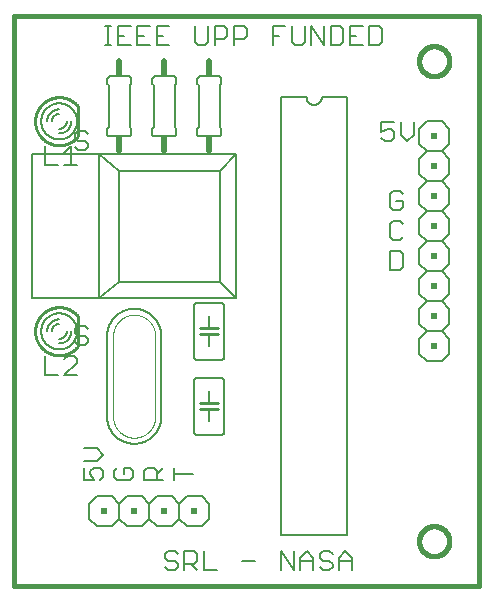
<source format=gto>
G75*
%MOIN*%
%OFA0B0*%
%FSLAX25Y25*%
%IPPOS*%
%LPD*%
%AMOC8*
5,1,8,0,0,1.08239X$1,22.5*
%
%ADD10C,0.00600*%
%ADD11C,0.01600*%
%ADD12C,0.01000*%
%ADD13R,0.02000X0.02000*%
%ADD14C,0.00200*%
%ADD15C,0.02000*%
%ADD16R,0.02000X0.01500*%
%ADD17C,0.00800*%
D10*
X0256000Y0113500D02*
X0258500Y0111000D01*
X0263500Y0111000D01*
X0266000Y0113500D01*
X0268500Y0111000D01*
X0273500Y0111000D01*
X0276000Y0113500D01*
X0276000Y0118500D01*
X0273500Y0121000D01*
X0268500Y0121000D01*
X0266000Y0118500D01*
X0266000Y0113500D01*
X0266000Y0118500D02*
X0263500Y0121000D01*
X0258500Y0121000D01*
X0256000Y0118500D01*
X0256000Y0113500D01*
X0257497Y0126300D02*
X0256430Y0128435D01*
X0256430Y0129503D01*
X0257497Y0130570D01*
X0259632Y0130570D01*
X0260700Y0129503D01*
X0260700Y0127368D01*
X0259632Y0126300D01*
X0257497Y0126300D02*
X0254295Y0126300D01*
X0254295Y0130570D01*
X0254295Y0132745D02*
X0258565Y0132745D01*
X0260700Y0134881D01*
X0258565Y0137016D01*
X0254295Y0137016D01*
X0264295Y0129503D02*
X0264295Y0127368D01*
X0265362Y0126300D01*
X0269632Y0126300D01*
X0270700Y0127368D01*
X0270700Y0129503D01*
X0269632Y0130570D01*
X0267497Y0130570D01*
X0267497Y0128435D01*
X0265362Y0130570D02*
X0264295Y0129503D01*
X0274295Y0129503D02*
X0274295Y0126300D01*
X0280700Y0126300D01*
X0278565Y0126300D02*
X0278565Y0129503D01*
X0277497Y0130570D01*
X0275362Y0130570D01*
X0274295Y0129503D01*
X0278565Y0128435D02*
X0280700Y0130570D01*
X0284295Y0130570D02*
X0284295Y0126300D01*
X0284295Y0128435D02*
X0290700Y0128435D01*
X0288500Y0121000D02*
X0286000Y0118500D01*
X0286000Y0113500D01*
X0288500Y0111000D01*
X0293500Y0111000D01*
X0296000Y0113500D01*
X0296000Y0118500D01*
X0293500Y0121000D01*
X0288500Y0121000D01*
X0286000Y0118500D02*
X0283500Y0121000D01*
X0278500Y0121000D01*
X0276000Y0118500D01*
X0276000Y0113500D02*
X0278500Y0111000D01*
X0283500Y0111000D01*
X0286000Y0113500D01*
X0284503Y0102705D02*
X0282368Y0102705D01*
X0281300Y0101638D01*
X0281300Y0100570D01*
X0282368Y0099503D01*
X0284503Y0099503D01*
X0285570Y0098435D01*
X0285570Y0097368D01*
X0284503Y0096300D01*
X0282368Y0096300D01*
X0281300Y0097368D01*
X0285570Y0101638D02*
X0284503Y0102705D01*
X0287745Y0102705D02*
X0290948Y0102705D01*
X0292016Y0101638D01*
X0292016Y0099503D01*
X0290948Y0098435D01*
X0287745Y0098435D01*
X0287745Y0096300D02*
X0287745Y0102705D01*
X0289881Y0098435D02*
X0292016Y0096300D01*
X0294191Y0096300D02*
X0298461Y0096300D01*
X0294191Y0096300D02*
X0294191Y0102705D01*
X0307082Y0099503D02*
X0311352Y0099503D01*
X0319973Y0096300D02*
X0319973Y0102705D01*
X0324243Y0096300D01*
X0324243Y0102705D01*
X0326418Y0100570D02*
X0328554Y0102705D01*
X0330689Y0100570D01*
X0330689Y0096300D01*
X0332864Y0097368D02*
X0333932Y0096300D01*
X0336067Y0096300D01*
X0337134Y0097368D01*
X0337134Y0098435D01*
X0336067Y0099503D01*
X0333932Y0099503D01*
X0332864Y0100570D01*
X0332864Y0101638D01*
X0333932Y0102705D01*
X0336067Y0102705D01*
X0337134Y0101638D01*
X0339309Y0100570D02*
X0341445Y0102705D01*
X0343580Y0100570D01*
X0343580Y0096300D01*
X0343580Y0099503D02*
X0339309Y0099503D01*
X0339309Y0100570D02*
X0339309Y0096300D01*
X0330689Y0099503D02*
X0326418Y0099503D01*
X0326418Y0100570D02*
X0326418Y0096300D01*
X0320000Y0108000D02*
X0342000Y0108000D01*
X0342000Y0254000D01*
X0333500Y0254000D01*
X0333498Y0253902D01*
X0333492Y0253804D01*
X0333483Y0253706D01*
X0333469Y0253609D01*
X0333452Y0253512D01*
X0333431Y0253416D01*
X0333406Y0253321D01*
X0333378Y0253227D01*
X0333345Y0253135D01*
X0333310Y0253043D01*
X0333270Y0252953D01*
X0333228Y0252865D01*
X0333181Y0252778D01*
X0333132Y0252694D01*
X0333079Y0252611D01*
X0333023Y0252531D01*
X0332963Y0252452D01*
X0332901Y0252376D01*
X0332836Y0252303D01*
X0332768Y0252232D01*
X0332697Y0252164D01*
X0332624Y0252099D01*
X0332548Y0252037D01*
X0332469Y0251977D01*
X0332389Y0251921D01*
X0332306Y0251868D01*
X0332222Y0251819D01*
X0332135Y0251772D01*
X0332047Y0251730D01*
X0331957Y0251690D01*
X0331865Y0251655D01*
X0331773Y0251622D01*
X0331679Y0251594D01*
X0331584Y0251569D01*
X0331488Y0251548D01*
X0331391Y0251531D01*
X0331294Y0251517D01*
X0331196Y0251508D01*
X0331098Y0251502D01*
X0331000Y0251500D01*
X0330902Y0251502D01*
X0330804Y0251508D01*
X0330706Y0251517D01*
X0330609Y0251531D01*
X0330512Y0251548D01*
X0330416Y0251569D01*
X0330321Y0251594D01*
X0330227Y0251622D01*
X0330135Y0251655D01*
X0330043Y0251690D01*
X0329953Y0251730D01*
X0329865Y0251772D01*
X0329778Y0251819D01*
X0329694Y0251868D01*
X0329611Y0251921D01*
X0329531Y0251977D01*
X0329452Y0252037D01*
X0329376Y0252099D01*
X0329303Y0252164D01*
X0329232Y0252232D01*
X0329164Y0252303D01*
X0329099Y0252376D01*
X0329037Y0252452D01*
X0328977Y0252531D01*
X0328921Y0252611D01*
X0328868Y0252694D01*
X0328819Y0252778D01*
X0328772Y0252865D01*
X0328730Y0252953D01*
X0328690Y0253043D01*
X0328655Y0253135D01*
X0328622Y0253227D01*
X0328594Y0253321D01*
X0328569Y0253416D01*
X0328548Y0253512D01*
X0328531Y0253609D01*
X0328517Y0253706D01*
X0328508Y0253804D01*
X0328502Y0253902D01*
X0328500Y0254000D01*
X0320000Y0254000D01*
X0320000Y0108000D01*
X0300000Y0141500D02*
X0292000Y0141500D01*
X0291940Y0141502D01*
X0291879Y0141507D01*
X0291820Y0141516D01*
X0291761Y0141529D01*
X0291702Y0141545D01*
X0291645Y0141565D01*
X0291590Y0141588D01*
X0291535Y0141615D01*
X0291483Y0141644D01*
X0291432Y0141677D01*
X0291383Y0141713D01*
X0291337Y0141751D01*
X0291293Y0141793D01*
X0291251Y0141837D01*
X0291213Y0141883D01*
X0291177Y0141932D01*
X0291144Y0141983D01*
X0291115Y0142035D01*
X0291088Y0142090D01*
X0291065Y0142145D01*
X0291045Y0142202D01*
X0291029Y0142261D01*
X0291016Y0142320D01*
X0291007Y0142379D01*
X0291002Y0142440D01*
X0291000Y0142500D01*
X0291000Y0159500D01*
X0291002Y0159560D01*
X0291007Y0159621D01*
X0291016Y0159680D01*
X0291029Y0159739D01*
X0291045Y0159798D01*
X0291065Y0159855D01*
X0291088Y0159910D01*
X0291115Y0159965D01*
X0291144Y0160017D01*
X0291177Y0160068D01*
X0291213Y0160117D01*
X0291251Y0160163D01*
X0291293Y0160207D01*
X0291337Y0160249D01*
X0291383Y0160287D01*
X0291432Y0160323D01*
X0291483Y0160356D01*
X0291535Y0160385D01*
X0291590Y0160412D01*
X0291645Y0160435D01*
X0291702Y0160455D01*
X0291761Y0160471D01*
X0291820Y0160484D01*
X0291879Y0160493D01*
X0291940Y0160498D01*
X0292000Y0160500D01*
X0300000Y0160500D01*
X0300060Y0160498D01*
X0300121Y0160493D01*
X0300180Y0160484D01*
X0300239Y0160471D01*
X0300298Y0160455D01*
X0300355Y0160435D01*
X0300410Y0160412D01*
X0300465Y0160385D01*
X0300517Y0160356D01*
X0300568Y0160323D01*
X0300617Y0160287D01*
X0300663Y0160249D01*
X0300707Y0160207D01*
X0300749Y0160163D01*
X0300787Y0160117D01*
X0300823Y0160068D01*
X0300856Y0160017D01*
X0300885Y0159965D01*
X0300912Y0159910D01*
X0300935Y0159855D01*
X0300955Y0159798D01*
X0300971Y0159739D01*
X0300984Y0159680D01*
X0300993Y0159621D01*
X0300998Y0159560D01*
X0301000Y0159500D01*
X0301000Y0142500D01*
X0300998Y0142440D01*
X0300993Y0142379D01*
X0300984Y0142320D01*
X0300971Y0142261D01*
X0300955Y0142202D01*
X0300935Y0142145D01*
X0300912Y0142090D01*
X0300885Y0142035D01*
X0300856Y0141983D01*
X0300823Y0141932D01*
X0300787Y0141883D01*
X0300749Y0141837D01*
X0300707Y0141793D01*
X0300663Y0141751D01*
X0300617Y0141713D01*
X0300568Y0141677D01*
X0300517Y0141644D01*
X0300465Y0141615D01*
X0300410Y0141588D01*
X0300355Y0141565D01*
X0300298Y0141545D01*
X0300239Y0141529D01*
X0300180Y0141516D01*
X0300121Y0141507D01*
X0300060Y0141502D01*
X0300000Y0141500D01*
X0296000Y0146000D02*
X0296000Y0149500D01*
X0296000Y0150000D01*
X0296000Y0152000D02*
X0296000Y0152500D01*
X0296000Y0156000D01*
X0280000Y0147500D02*
X0280000Y0174500D01*
X0279997Y0174719D01*
X0279989Y0174938D01*
X0279976Y0175157D01*
X0279957Y0175375D01*
X0279933Y0175593D01*
X0279904Y0175810D01*
X0279870Y0176027D01*
X0279830Y0176242D01*
X0279785Y0176457D01*
X0279734Y0176670D01*
X0279679Y0176882D01*
X0279618Y0177093D01*
X0279553Y0177302D01*
X0279482Y0177509D01*
X0279406Y0177715D01*
X0279325Y0177919D01*
X0279240Y0178121D01*
X0279149Y0178320D01*
X0279054Y0178517D01*
X0278953Y0178712D01*
X0278848Y0178905D01*
X0278739Y0179095D01*
X0278625Y0179282D01*
X0278506Y0179466D01*
X0278383Y0179647D01*
X0278255Y0179825D01*
X0278123Y0180001D01*
X0277987Y0180172D01*
X0277847Y0180341D01*
X0277703Y0180506D01*
X0277555Y0180667D01*
X0277403Y0180825D01*
X0277247Y0180979D01*
X0277087Y0181129D01*
X0276924Y0181276D01*
X0276757Y0181418D01*
X0276587Y0181556D01*
X0276413Y0181690D01*
X0276237Y0181820D01*
X0276057Y0181945D01*
X0275874Y0182066D01*
X0275688Y0182182D01*
X0275500Y0182294D01*
X0275309Y0182401D01*
X0275115Y0182504D01*
X0274919Y0182602D01*
X0274721Y0182695D01*
X0274520Y0182783D01*
X0274317Y0182866D01*
X0274112Y0182945D01*
X0273906Y0183018D01*
X0273698Y0183086D01*
X0273488Y0183149D01*
X0273276Y0183207D01*
X0273064Y0183260D01*
X0272850Y0183308D01*
X0272635Y0183350D01*
X0272419Y0183387D01*
X0272202Y0183419D01*
X0271984Y0183446D01*
X0271766Y0183467D01*
X0271548Y0183483D01*
X0271329Y0183494D01*
X0271110Y0183499D01*
X0270890Y0183499D01*
X0270671Y0183494D01*
X0270452Y0183483D01*
X0270234Y0183467D01*
X0270016Y0183446D01*
X0269798Y0183419D01*
X0269581Y0183387D01*
X0269365Y0183350D01*
X0269150Y0183308D01*
X0268936Y0183260D01*
X0268724Y0183207D01*
X0268512Y0183149D01*
X0268302Y0183086D01*
X0268094Y0183018D01*
X0267888Y0182945D01*
X0267683Y0182866D01*
X0267480Y0182783D01*
X0267279Y0182695D01*
X0267081Y0182602D01*
X0266885Y0182504D01*
X0266691Y0182401D01*
X0266500Y0182294D01*
X0266312Y0182182D01*
X0266126Y0182066D01*
X0265943Y0181945D01*
X0265763Y0181820D01*
X0265587Y0181690D01*
X0265413Y0181556D01*
X0265243Y0181418D01*
X0265076Y0181276D01*
X0264913Y0181129D01*
X0264753Y0180979D01*
X0264597Y0180825D01*
X0264445Y0180667D01*
X0264297Y0180506D01*
X0264153Y0180341D01*
X0264013Y0180172D01*
X0263877Y0180001D01*
X0263745Y0179825D01*
X0263617Y0179647D01*
X0263494Y0179466D01*
X0263375Y0179282D01*
X0263261Y0179095D01*
X0263152Y0178905D01*
X0263047Y0178712D01*
X0262946Y0178517D01*
X0262851Y0178320D01*
X0262760Y0178121D01*
X0262675Y0177919D01*
X0262594Y0177715D01*
X0262518Y0177509D01*
X0262447Y0177302D01*
X0262382Y0177093D01*
X0262321Y0176882D01*
X0262266Y0176670D01*
X0262215Y0176457D01*
X0262170Y0176242D01*
X0262130Y0176027D01*
X0262096Y0175810D01*
X0262067Y0175593D01*
X0262043Y0175375D01*
X0262024Y0175157D01*
X0262011Y0174938D01*
X0262003Y0174719D01*
X0262000Y0174500D01*
X0262000Y0147500D01*
X0262003Y0147281D01*
X0262011Y0147062D01*
X0262024Y0146843D01*
X0262043Y0146625D01*
X0262067Y0146407D01*
X0262096Y0146190D01*
X0262130Y0145973D01*
X0262170Y0145758D01*
X0262215Y0145543D01*
X0262266Y0145330D01*
X0262321Y0145118D01*
X0262382Y0144907D01*
X0262447Y0144698D01*
X0262518Y0144491D01*
X0262594Y0144285D01*
X0262675Y0144081D01*
X0262760Y0143879D01*
X0262851Y0143680D01*
X0262946Y0143483D01*
X0263047Y0143288D01*
X0263152Y0143095D01*
X0263261Y0142905D01*
X0263375Y0142718D01*
X0263494Y0142534D01*
X0263617Y0142353D01*
X0263745Y0142175D01*
X0263877Y0141999D01*
X0264013Y0141828D01*
X0264153Y0141659D01*
X0264297Y0141494D01*
X0264445Y0141333D01*
X0264597Y0141175D01*
X0264753Y0141021D01*
X0264913Y0140871D01*
X0265076Y0140724D01*
X0265243Y0140582D01*
X0265413Y0140444D01*
X0265587Y0140310D01*
X0265763Y0140180D01*
X0265943Y0140055D01*
X0266126Y0139934D01*
X0266312Y0139818D01*
X0266500Y0139706D01*
X0266691Y0139599D01*
X0266885Y0139496D01*
X0267081Y0139398D01*
X0267279Y0139305D01*
X0267480Y0139217D01*
X0267683Y0139134D01*
X0267888Y0139055D01*
X0268094Y0138982D01*
X0268302Y0138914D01*
X0268512Y0138851D01*
X0268724Y0138793D01*
X0268936Y0138740D01*
X0269150Y0138692D01*
X0269365Y0138650D01*
X0269581Y0138613D01*
X0269798Y0138581D01*
X0270016Y0138554D01*
X0270234Y0138533D01*
X0270452Y0138517D01*
X0270671Y0138506D01*
X0270890Y0138501D01*
X0271110Y0138501D01*
X0271329Y0138506D01*
X0271548Y0138517D01*
X0271766Y0138533D01*
X0271984Y0138554D01*
X0272202Y0138581D01*
X0272419Y0138613D01*
X0272635Y0138650D01*
X0272850Y0138692D01*
X0273064Y0138740D01*
X0273276Y0138793D01*
X0273488Y0138851D01*
X0273698Y0138914D01*
X0273906Y0138982D01*
X0274112Y0139055D01*
X0274317Y0139134D01*
X0274520Y0139217D01*
X0274721Y0139305D01*
X0274919Y0139398D01*
X0275115Y0139496D01*
X0275309Y0139599D01*
X0275500Y0139706D01*
X0275688Y0139818D01*
X0275874Y0139934D01*
X0276057Y0140055D01*
X0276237Y0140180D01*
X0276413Y0140310D01*
X0276587Y0140444D01*
X0276757Y0140582D01*
X0276924Y0140724D01*
X0277087Y0140871D01*
X0277247Y0141021D01*
X0277403Y0141175D01*
X0277555Y0141333D01*
X0277703Y0141494D01*
X0277847Y0141659D01*
X0277987Y0141828D01*
X0278123Y0141999D01*
X0278255Y0142175D01*
X0278383Y0142353D01*
X0278506Y0142534D01*
X0278625Y0142718D01*
X0278739Y0142905D01*
X0278848Y0143095D01*
X0278953Y0143288D01*
X0279054Y0143483D01*
X0279149Y0143680D01*
X0279240Y0143879D01*
X0279325Y0144081D01*
X0279406Y0144285D01*
X0279482Y0144491D01*
X0279553Y0144698D01*
X0279618Y0144907D01*
X0279679Y0145118D01*
X0279734Y0145330D01*
X0279785Y0145543D01*
X0279830Y0145758D01*
X0279870Y0145973D01*
X0279904Y0146190D01*
X0279933Y0146407D01*
X0279957Y0146625D01*
X0279976Y0146843D01*
X0279989Y0147062D01*
X0279997Y0147281D01*
X0280000Y0147500D01*
X0292000Y0166500D02*
X0300000Y0166500D01*
X0300060Y0166502D01*
X0300121Y0166507D01*
X0300180Y0166516D01*
X0300239Y0166529D01*
X0300298Y0166545D01*
X0300355Y0166565D01*
X0300410Y0166588D01*
X0300465Y0166615D01*
X0300517Y0166644D01*
X0300568Y0166677D01*
X0300617Y0166713D01*
X0300663Y0166751D01*
X0300707Y0166793D01*
X0300749Y0166837D01*
X0300787Y0166883D01*
X0300823Y0166932D01*
X0300856Y0166983D01*
X0300885Y0167035D01*
X0300912Y0167090D01*
X0300935Y0167145D01*
X0300955Y0167202D01*
X0300971Y0167261D01*
X0300984Y0167320D01*
X0300993Y0167379D01*
X0300998Y0167440D01*
X0301000Y0167500D01*
X0301000Y0184500D01*
X0300998Y0184560D01*
X0300993Y0184621D01*
X0300984Y0184680D01*
X0300971Y0184739D01*
X0300955Y0184798D01*
X0300935Y0184855D01*
X0300912Y0184910D01*
X0300885Y0184965D01*
X0300856Y0185017D01*
X0300823Y0185068D01*
X0300787Y0185117D01*
X0300749Y0185163D01*
X0300707Y0185207D01*
X0300663Y0185249D01*
X0300617Y0185287D01*
X0300568Y0185323D01*
X0300517Y0185356D01*
X0300465Y0185385D01*
X0300410Y0185412D01*
X0300355Y0185435D01*
X0300298Y0185455D01*
X0300239Y0185471D01*
X0300180Y0185484D01*
X0300121Y0185493D01*
X0300060Y0185498D01*
X0300000Y0185500D01*
X0292000Y0185500D01*
X0291940Y0185498D01*
X0291879Y0185493D01*
X0291820Y0185484D01*
X0291761Y0185471D01*
X0291702Y0185455D01*
X0291645Y0185435D01*
X0291590Y0185412D01*
X0291535Y0185385D01*
X0291483Y0185356D01*
X0291432Y0185323D01*
X0291383Y0185287D01*
X0291337Y0185249D01*
X0291293Y0185207D01*
X0291251Y0185163D01*
X0291213Y0185117D01*
X0291177Y0185068D01*
X0291144Y0185017D01*
X0291115Y0184965D01*
X0291088Y0184910D01*
X0291065Y0184855D01*
X0291045Y0184798D01*
X0291029Y0184739D01*
X0291016Y0184680D01*
X0291007Y0184621D01*
X0291002Y0184560D01*
X0291000Y0184500D01*
X0291000Y0167500D01*
X0291002Y0167440D01*
X0291007Y0167379D01*
X0291016Y0167320D01*
X0291029Y0167261D01*
X0291045Y0167202D01*
X0291065Y0167145D01*
X0291088Y0167090D01*
X0291115Y0167035D01*
X0291144Y0166983D01*
X0291177Y0166932D01*
X0291213Y0166883D01*
X0291251Y0166837D01*
X0291293Y0166793D01*
X0291337Y0166751D01*
X0291383Y0166713D01*
X0291432Y0166677D01*
X0291483Y0166644D01*
X0291535Y0166615D01*
X0291590Y0166588D01*
X0291645Y0166565D01*
X0291702Y0166545D01*
X0291761Y0166529D01*
X0291820Y0166516D01*
X0291879Y0166507D01*
X0291940Y0166502D01*
X0292000Y0166500D01*
X0296000Y0171000D02*
X0296000Y0174500D01*
X0296000Y0175000D01*
X0296000Y0177000D02*
X0296000Y0177500D01*
X0296000Y0181000D01*
X0255570Y0176638D02*
X0254503Y0177705D01*
X0252368Y0177705D01*
X0251300Y0176638D01*
X0251300Y0175570D01*
X0252368Y0174503D01*
X0254503Y0174503D01*
X0255570Y0173435D01*
X0255570Y0172368D01*
X0254503Y0171300D01*
X0252368Y0171300D01*
X0251300Y0172368D01*
X0250948Y0167705D02*
X0248813Y0167705D01*
X0247745Y0166638D01*
X0250948Y0167705D02*
X0252016Y0166638D01*
X0252016Y0165570D01*
X0247745Y0161300D01*
X0252016Y0161300D01*
X0245570Y0161300D02*
X0241300Y0161300D01*
X0241300Y0167705D01*
X0241515Y0172014D02*
X0241417Y0172128D01*
X0241321Y0172244D01*
X0241229Y0172362D01*
X0241139Y0172483D01*
X0241052Y0172606D01*
X0240969Y0172731D01*
X0240889Y0172858D01*
X0240811Y0172987D01*
X0240738Y0173118D01*
X0240667Y0173250D01*
X0240600Y0173385D01*
X0240536Y0173521D01*
X0240476Y0173659D01*
X0240419Y0173798D01*
X0240365Y0173938D01*
X0240315Y0174080D01*
X0240269Y0174223D01*
X0240226Y0174367D01*
X0240187Y0174513D01*
X0240152Y0174659D01*
X0240120Y0174806D01*
X0240092Y0174953D01*
X0240068Y0175102D01*
X0240047Y0175251D01*
X0240030Y0175400D01*
X0240017Y0175550D01*
X0240008Y0175700D01*
X0240002Y0175850D01*
X0240000Y0176000D01*
X0246000Y0182000D02*
X0246154Y0181998D01*
X0246308Y0181992D01*
X0246462Y0181982D01*
X0246616Y0181968D01*
X0246769Y0181951D01*
X0246921Y0181929D01*
X0247073Y0181903D01*
X0247225Y0181874D01*
X0247375Y0181840D01*
X0247525Y0181803D01*
X0247673Y0181762D01*
X0247821Y0181717D01*
X0247967Y0181668D01*
X0248112Y0181616D01*
X0248255Y0181560D01*
X0248398Y0181500D01*
X0248538Y0181437D01*
X0248677Y0181370D01*
X0248814Y0181299D01*
X0248949Y0181225D01*
X0249082Y0181148D01*
X0249214Y0181067D01*
X0249343Y0180983D01*
X0249470Y0180895D01*
X0249594Y0180804D01*
X0249716Y0180711D01*
X0249836Y0180613D01*
X0249953Y0180513D01*
X0250068Y0180410D01*
X0250180Y0180304D01*
X0250289Y0180196D01*
X0250395Y0180084D01*
X0250499Y0179970D01*
X0250599Y0179853D01*
X0250697Y0179734D01*
X0250791Y0179612D01*
X0250882Y0179487D01*
X0246000Y0170000D02*
X0245848Y0170002D01*
X0245697Y0170008D01*
X0245546Y0170017D01*
X0245394Y0170031D01*
X0245244Y0170048D01*
X0245094Y0170069D01*
X0244944Y0170094D01*
X0244795Y0170122D01*
X0244647Y0170155D01*
X0244500Y0170191D01*
X0244353Y0170230D01*
X0244208Y0170274D01*
X0244064Y0170321D01*
X0243921Y0170372D01*
X0243780Y0170426D01*
X0243639Y0170484D01*
X0243501Y0170545D01*
X0243364Y0170610D01*
X0243228Y0170679D01*
X0243095Y0170750D01*
X0242963Y0170825D01*
X0242833Y0170904D01*
X0242706Y0170985D01*
X0242580Y0171070D01*
X0242456Y0171158D01*
X0242335Y0171249D01*
X0242216Y0171343D01*
X0242100Y0171441D01*
X0241986Y0171541D01*
X0241874Y0171643D01*
X0241766Y0171749D01*
X0241660Y0171857D01*
X0241556Y0171968D01*
X0241456Y0172082D01*
X0241358Y0172198D01*
X0241264Y0172317D01*
X0252000Y0176000D02*
X0251998Y0176152D01*
X0251992Y0176304D01*
X0251983Y0176455D01*
X0251969Y0176606D01*
X0251952Y0176757D01*
X0251931Y0176908D01*
X0251906Y0177057D01*
X0251877Y0177207D01*
X0251845Y0177355D01*
X0251809Y0177502D01*
X0251769Y0177649D01*
X0251725Y0177794D01*
X0251678Y0177939D01*
X0251627Y0178082D01*
X0251573Y0178223D01*
X0251515Y0178364D01*
X0251453Y0178503D01*
X0251388Y0178640D01*
X0251320Y0178775D01*
X0251248Y0178909D01*
X0251172Y0179041D01*
X0251094Y0179171D01*
X0251012Y0179299D01*
X0250927Y0179424D01*
X0250839Y0179548D01*
X0250747Y0179669D01*
X0250653Y0179788D01*
X0250556Y0179905D01*
X0250000Y0176000D02*
X0249998Y0175874D01*
X0249992Y0175749D01*
X0249982Y0175624D01*
X0249968Y0175499D01*
X0249951Y0175374D01*
X0249929Y0175250D01*
X0249904Y0175127D01*
X0249874Y0175005D01*
X0249841Y0174884D01*
X0249804Y0174764D01*
X0249764Y0174645D01*
X0249719Y0174528D01*
X0249671Y0174411D01*
X0249619Y0174297D01*
X0249564Y0174184D01*
X0249505Y0174073D01*
X0249443Y0173964D01*
X0249377Y0173857D01*
X0249308Y0173752D01*
X0249236Y0173649D01*
X0249161Y0173548D01*
X0249082Y0173450D01*
X0249000Y0173355D01*
X0248916Y0173262D01*
X0248828Y0173172D01*
X0248738Y0173084D01*
X0248645Y0173000D01*
X0248550Y0172918D01*
X0248452Y0172839D01*
X0248351Y0172764D01*
X0248248Y0172692D01*
X0248143Y0172623D01*
X0248036Y0172557D01*
X0247927Y0172495D01*
X0247816Y0172436D01*
X0247703Y0172381D01*
X0247589Y0172329D01*
X0247472Y0172281D01*
X0247355Y0172236D01*
X0247236Y0172196D01*
X0247116Y0172159D01*
X0246995Y0172126D01*
X0246873Y0172096D01*
X0246750Y0172071D01*
X0246626Y0172049D01*
X0246501Y0172032D01*
X0246376Y0172018D01*
X0246251Y0172008D01*
X0246126Y0172002D01*
X0246000Y0172000D01*
X0240000Y0176000D02*
X0240002Y0176154D01*
X0240008Y0176309D01*
X0240018Y0176463D01*
X0240032Y0176616D01*
X0240050Y0176770D01*
X0240071Y0176923D01*
X0240097Y0177075D01*
X0240127Y0177226D01*
X0240160Y0177377D01*
X0240198Y0177527D01*
X0240239Y0177676D01*
X0240284Y0177823D01*
X0240333Y0177970D01*
X0240385Y0178115D01*
X0240441Y0178259D01*
X0240501Y0178401D01*
X0240565Y0178542D01*
X0240632Y0178681D01*
X0240703Y0178818D01*
X0240777Y0178953D01*
X0240855Y0179087D01*
X0240936Y0179218D01*
X0241020Y0179347D01*
X0241108Y0179474D01*
X0241199Y0179599D01*
X0241293Y0179721D01*
X0241391Y0179841D01*
X0246000Y0170000D02*
X0246152Y0170002D01*
X0246303Y0170008D01*
X0246454Y0170017D01*
X0246606Y0170031D01*
X0246756Y0170048D01*
X0246906Y0170069D01*
X0247056Y0170094D01*
X0247205Y0170122D01*
X0247353Y0170155D01*
X0247500Y0170191D01*
X0247647Y0170230D01*
X0247792Y0170274D01*
X0247936Y0170321D01*
X0248079Y0170372D01*
X0248220Y0170426D01*
X0248361Y0170484D01*
X0248499Y0170545D01*
X0248636Y0170610D01*
X0248772Y0170679D01*
X0248905Y0170750D01*
X0249037Y0170825D01*
X0249167Y0170904D01*
X0249294Y0170985D01*
X0249420Y0171070D01*
X0249544Y0171158D01*
X0249665Y0171249D01*
X0249784Y0171343D01*
X0249900Y0171441D01*
X0250014Y0171541D01*
X0250126Y0171643D01*
X0250234Y0171749D01*
X0250340Y0171857D01*
X0250444Y0171968D01*
X0250544Y0172082D01*
X0250642Y0172198D01*
X0250736Y0172317D01*
X0246000Y0182000D02*
X0245850Y0181998D01*
X0245699Y0181992D01*
X0245549Y0181983D01*
X0245400Y0181970D01*
X0245250Y0181953D01*
X0245101Y0181932D01*
X0244953Y0181908D01*
X0244805Y0181880D01*
X0244658Y0181848D01*
X0244512Y0181813D01*
X0244367Y0181773D01*
X0244223Y0181731D01*
X0244080Y0181684D01*
X0243938Y0181634D01*
X0243797Y0181581D01*
X0243658Y0181524D01*
X0243520Y0181464D01*
X0243384Y0181400D01*
X0243250Y0181333D01*
X0243117Y0181262D01*
X0242986Y0181188D01*
X0242857Y0181111D01*
X0242730Y0181030D01*
X0242605Y0180947D01*
X0242482Y0180860D01*
X0242361Y0180771D01*
X0242243Y0180678D01*
X0242127Y0180582D01*
X0242013Y0180484D01*
X0241902Y0180383D01*
X0241793Y0180278D01*
X0241688Y0180172D01*
X0241584Y0180062D01*
X0241484Y0179950D01*
X0241386Y0179836D01*
X0241292Y0179719D01*
X0241200Y0179600D01*
X0252000Y0176000D02*
X0251998Y0175846D01*
X0251992Y0175691D01*
X0251982Y0175537D01*
X0251968Y0175384D01*
X0251950Y0175230D01*
X0251929Y0175077D01*
X0251903Y0174925D01*
X0251873Y0174774D01*
X0251840Y0174623D01*
X0251802Y0174473D01*
X0251761Y0174324D01*
X0251716Y0174177D01*
X0251667Y0174030D01*
X0251615Y0173885D01*
X0251559Y0173741D01*
X0251499Y0173599D01*
X0251435Y0173458D01*
X0251368Y0173319D01*
X0251297Y0173182D01*
X0251223Y0173047D01*
X0251145Y0172913D01*
X0251064Y0172782D01*
X0250980Y0172653D01*
X0250892Y0172526D01*
X0250801Y0172401D01*
X0250707Y0172279D01*
X0250609Y0172159D01*
X0248500Y0176000D02*
X0248498Y0175902D01*
X0248492Y0175804D01*
X0248483Y0175706D01*
X0248469Y0175609D01*
X0248452Y0175512D01*
X0248431Y0175416D01*
X0248406Y0175321D01*
X0248378Y0175227D01*
X0248345Y0175135D01*
X0248310Y0175043D01*
X0248270Y0174953D01*
X0248228Y0174865D01*
X0248181Y0174778D01*
X0248132Y0174694D01*
X0248079Y0174611D01*
X0248023Y0174531D01*
X0247963Y0174452D01*
X0247901Y0174376D01*
X0247836Y0174303D01*
X0247768Y0174232D01*
X0247697Y0174164D01*
X0247624Y0174099D01*
X0247548Y0174037D01*
X0247469Y0173977D01*
X0247389Y0173921D01*
X0247306Y0173868D01*
X0247222Y0173819D01*
X0247135Y0173772D01*
X0247047Y0173730D01*
X0246957Y0173690D01*
X0246865Y0173655D01*
X0246773Y0173622D01*
X0246679Y0173594D01*
X0246584Y0173569D01*
X0246488Y0173548D01*
X0246391Y0173531D01*
X0246294Y0173517D01*
X0246196Y0173508D01*
X0246098Y0173502D01*
X0246000Y0173500D01*
X0242000Y0176000D02*
X0242002Y0176126D01*
X0242008Y0176251D01*
X0242018Y0176376D01*
X0242032Y0176501D01*
X0242049Y0176626D01*
X0242071Y0176750D01*
X0242096Y0176873D01*
X0242126Y0176995D01*
X0242159Y0177116D01*
X0242196Y0177236D01*
X0242236Y0177355D01*
X0242281Y0177472D01*
X0242329Y0177589D01*
X0242381Y0177703D01*
X0242436Y0177816D01*
X0242495Y0177927D01*
X0242557Y0178036D01*
X0242623Y0178143D01*
X0242692Y0178248D01*
X0242764Y0178351D01*
X0242839Y0178452D01*
X0242918Y0178550D01*
X0243000Y0178645D01*
X0243084Y0178738D01*
X0243172Y0178828D01*
X0243262Y0178916D01*
X0243355Y0179000D01*
X0243450Y0179082D01*
X0243548Y0179161D01*
X0243649Y0179236D01*
X0243752Y0179308D01*
X0243857Y0179377D01*
X0243964Y0179443D01*
X0244073Y0179505D01*
X0244184Y0179564D01*
X0244297Y0179619D01*
X0244411Y0179671D01*
X0244528Y0179719D01*
X0244645Y0179764D01*
X0244764Y0179804D01*
X0244884Y0179841D01*
X0245005Y0179874D01*
X0245127Y0179904D01*
X0245250Y0179929D01*
X0245374Y0179951D01*
X0245499Y0179968D01*
X0245624Y0179982D01*
X0245749Y0179992D01*
X0245874Y0179998D01*
X0246000Y0180000D01*
X0246000Y0178500D02*
X0245902Y0178498D01*
X0245804Y0178492D01*
X0245706Y0178483D01*
X0245609Y0178469D01*
X0245512Y0178452D01*
X0245416Y0178431D01*
X0245321Y0178406D01*
X0245227Y0178378D01*
X0245135Y0178345D01*
X0245043Y0178310D01*
X0244953Y0178270D01*
X0244865Y0178228D01*
X0244778Y0178181D01*
X0244694Y0178132D01*
X0244611Y0178079D01*
X0244531Y0178023D01*
X0244452Y0177963D01*
X0244376Y0177901D01*
X0244303Y0177836D01*
X0244232Y0177768D01*
X0244164Y0177697D01*
X0244099Y0177624D01*
X0244037Y0177548D01*
X0243977Y0177469D01*
X0243921Y0177389D01*
X0243868Y0177306D01*
X0243819Y0177222D01*
X0243772Y0177135D01*
X0243730Y0177047D01*
X0243690Y0176957D01*
X0243655Y0176865D01*
X0243622Y0176773D01*
X0243594Y0176679D01*
X0243569Y0176584D01*
X0243548Y0176488D01*
X0243531Y0176391D01*
X0243517Y0176294D01*
X0243508Y0176196D01*
X0243502Y0176098D01*
X0243500Y0176000D01*
X0245570Y0231300D02*
X0241300Y0231300D01*
X0241300Y0237705D01*
X0247745Y0235570D02*
X0249881Y0237705D01*
X0249881Y0231300D01*
X0252016Y0231300D02*
X0247745Y0231300D01*
X0252368Y0236300D02*
X0251300Y0237368D01*
X0252368Y0236300D02*
X0254503Y0236300D01*
X0255570Y0237368D01*
X0255570Y0238435D01*
X0254503Y0239503D01*
X0252368Y0239503D01*
X0251300Y0240570D01*
X0251300Y0241638D01*
X0252368Y0242705D01*
X0254503Y0242705D01*
X0255570Y0241638D01*
X0262000Y0242000D02*
X0262000Y0243500D01*
X0262500Y0244000D01*
X0262500Y0258000D01*
X0262000Y0258500D01*
X0262000Y0260000D01*
X0262002Y0260060D01*
X0262007Y0260121D01*
X0262016Y0260180D01*
X0262029Y0260239D01*
X0262045Y0260298D01*
X0262065Y0260355D01*
X0262088Y0260410D01*
X0262115Y0260465D01*
X0262144Y0260517D01*
X0262177Y0260568D01*
X0262213Y0260617D01*
X0262251Y0260663D01*
X0262293Y0260707D01*
X0262337Y0260749D01*
X0262383Y0260787D01*
X0262432Y0260823D01*
X0262483Y0260856D01*
X0262535Y0260885D01*
X0262590Y0260912D01*
X0262645Y0260935D01*
X0262702Y0260955D01*
X0262761Y0260971D01*
X0262820Y0260984D01*
X0262879Y0260993D01*
X0262940Y0260998D01*
X0263000Y0261000D01*
X0269000Y0261000D01*
X0269060Y0260998D01*
X0269121Y0260993D01*
X0269180Y0260984D01*
X0269239Y0260971D01*
X0269298Y0260955D01*
X0269355Y0260935D01*
X0269410Y0260912D01*
X0269465Y0260885D01*
X0269517Y0260856D01*
X0269568Y0260823D01*
X0269617Y0260787D01*
X0269663Y0260749D01*
X0269707Y0260707D01*
X0269749Y0260663D01*
X0269787Y0260617D01*
X0269823Y0260568D01*
X0269856Y0260517D01*
X0269885Y0260465D01*
X0269912Y0260410D01*
X0269935Y0260355D01*
X0269955Y0260298D01*
X0269971Y0260239D01*
X0269984Y0260180D01*
X0269993Y0260121D01*
X0269998Y0260060D01*
X0270000Y0260000D01*
X0270000Y0258500D01*
X0269500Y0258000D01*
X0269500Y0244000D01*
X0270000Y0243500D01*
X0270000Y0242000D01*
X0269998Y0241940D01*
X0269993Y0241879D01*
X0269984Y0241820D01*
X0269971Y0241761D01*
X0269955Y0241702D01*
X0269935Y0241645D01*
X0269912Y0241590D01*
X0269885Y0241535D01*
X0269856Y0241483D01*
X0269823Y0241432D01*
X0269787Y0241383D01*
X0269749Y0241337D01*
X0269707Y0241293D01*
X0269663Y0241251D01*
X0269617Y0241213D01*
X0269568Y0241177D01*
X0269517Y0241144D01*
X0269465Y0241115D01*
X0269410Y0241088D01*
X0269355Y0241065D01*
X0269298Y0241045D01*
X0269239Y0241029D01*
X0269180Y0241016D01*
X0269121Y0241007D01*
X0269060Y0241002D01*
X0269000Y0241000D01*
X0263000Y0241000D01*
X0262940Y0241002D01*
X0262879Y0241007D01*
X0262820Y0241016D01*
X0262761Y0241029D01*
X0262702Y0241045D01*
X0262645Y0241065D01*
X0262590Y0241088D01*
X0262535Y0241115D01*
X0262483Y0241144D01*
X0262432Y0241177D01*
X0262383Y0241213D01*
X0262337Y0241251D01*
X0262293Y0241293D01*
X0262251Y0241337D01*
X0262213Y0241383D01*
X0262177Y0241432D01*
X0262144Y0241483D01*
X0262115Y0241535D01*
X0262088Y0241590D01*
X0262065Y0241645D01*
X0262045Y0241702D01*
X0262029Y0241761D01*
X0262016Y0241820D01*
X0262007Y0241879D01*
X0262002Y0241940D01*
X0262000Y0242000D01*
X0277000Y0242000D02*
X0277000Y0243500D01*
X0277500Y0244000D01*
X0277500Y0258000D01*
X0277000Y0258500D01*
X0277000Y0260000D01*
X0277002Y0260060D01*
X0277007Y0260121D01*
X0277016Y0260180D01*
X0277029Y0260239D01*
X0277045Y0260298D01*
X0277065Y0260355D01*
X0277088Y0260410D01*
X0277115Y0260465D01*
X0277144Y0260517D01*
X0277177Y0260568D01*
X0277213Y0260617D01*
X0277251Y0260663D01*
X0277293Y0260707D01*
X0277337Y0260749D01*
X0277383Y0260787D01*
X0277432Y0260823D01*
X0277483Y0260856D01*
X0277535Y0260885D01*
X0277590Y0260912D01*
X0277645Y0260935D01*
X0277702Y0260955D01*
X0277761Y0260971D01*
X0277820Y0260984D01*
X0277879Y0260993D01*
X0277940Y0260998D01*
X0278000Y0261000D01*
X0284000Y0261000D01*
X0284060Y0260998D01*
X0284121Y0260993D01*
X0284180Y0260984D01*
X0284239Y0260971D01*
X0284298Y0260955D01*
X0284355Y0260935D01*
X0284410Y0260912D01*
X0284465Y0260885D01*
X0284517Y0260856D01*
X0284568Y0260823D01*
X0284617Y0260787D01*
X0284663Y0260749D01*
X0284707Y0260707D01*
X0284749Y0260663D01*
X0284787Y0260617D01*
X0284823Y0260568D01*
X0284856Y0260517D01*
X0284885Y0260465D01*
X0284912Y0260410D01*
X0284935Y0260355D01*
X0284955Y0260298D01*
X0284971Y0260239D01*
X0284984Y0260180D01*
X0284993Y0260121D01*
X0284998Y0260060D01*
X0285000Y0260000D01*
X0285000Y0258500D01*
X0284500Y0258000D01*
X0284500Y0244000D01*
X0285000Y0243500D01*
X0285000Y0242000D01*
X0284998Y0241940D01*
X0284993Y0241879D01*
X0284984Y0241820D01*
X0284971Y0241761D01*
X0284955Y0241702D01*
X0284935Y0241645D01*
X0284912Y0241590D01*
X0284885Y0241535D01*
X0284856Y0241483D01*
X0284823Y0241432D01*
X0284787Y0241383D01*
X0284749Y0241337D01*
X0284707Y0241293D01*
X0284663Y0241251D01*
X0284617Y0241213D01*
X0284568Y0241177D01*
X0284517Y0241144D01*
X0284465Y0241115D01*
X0284410Y0241088D01*
X0284355Y0241065D01*
X0284298Y0241045D01*
X0284239Y0241029D01*
X0284180Y0241016D01*
X0284121Y0241007D01*
X0284060Y0241002D01*
X0284000Y0241000D01*
X0278000Y0241000D01*
X0277940Y0241002D01*
X0277879Y0241007D01*
X0277820Y0241016D01*
X0277761Y0241029D01*
X0277702Y0241045D01*
X0277645Y0241065D01*
X0277590Y0241088D01*
X0277535Y0241115D01*
X0277483Y0241144D01*
X0277432Y0241177D01*
X0277383Y0241213D01*
X0277337Y0241251D01*
X0277293Y0241293D01*
X0277251Y0241337D01*
X0277213Y0241383D01*
X0277177Y0241432D01*
X0277144Y0241483D01*
X0277115Y0241535D01*
X0277088Y0241590D01*
X0277065Y0241645D01*
X0277045Y0241702D01*
X0277029Y0241761D01*
X0277016Y0241820D01*
X0277007Y0241879D01*
X0277002Y0241940D01*
X0277000Y0242000D01*
X0292000Y0242000D02*
X0292000Y0243500D01*
X0292500Y0244000D01*
X0292500Y0258000D01*
X0292000Y0258500D01*
X0292000Y0260000D01*
X0292002Y0260060D01*
X0292007Y0260121D01*
X0292016Y0260180D01*
X0292029Y0260239D01*
X0292045Y0260298D01*
X0292065Y0260355D01*
X0292088Y0260410D01*
X0292115Y0260465D01*
X0292144Y0260517D01*
X0292177Y0260568D01*
X0292213Y0260617D01*
X0292251Y0260663D01*
X0292293Y0260707D01*
X0292337Y0260749D01*
X0292383Y0260787D01*
X0292432Y0260823D01*
X0292483Y0260856D01*
X0292535Y0260885D01*
X0292590Y0260912D01*
X0292645Y0260935D01*
X0292702Y0260955D01*
X0292761Y0260971D01*
X0292820Y0260984D01*
X0292879Y0260993D01*
X0292940Y0260998D01*
X0293000Y0261000D01*
X0299000Y0261000D01*
X0299060Y0260998D01*
X0299121Y0260993D01*
X0299180Y0260984D01*
X0299239Y0260971D01*
X0299298Y0260955D01*
X0299355Y0260935D01*
X0299410Y0260912D01*
X0299465Y0260885D01*
X0299517Y0260856D01*
X0299568Y0260823D01*
X0299617Y0260787D01*
X0299663Y0260749D01*
X0299707Y0260707D01*
X0299749Y0260663D01*
X0299787Y0260617D01*
X0299823Y0260568D01*
X0299856Y0260517D01*
X0299885Y0260465D01*
X0299912Y0260410D01*
X0299935Y0260355D01*
X0299955Y0260298D01*
X0299971Y0260239D01*
X0299984Y0260180D01*
X0299993Y0260121D01*
X0299998Y0260060D01*
X0300000Y0260000D01*
X0300000Y0258500D01*
X0299500Y0258000D01*
X0299500Y0244000D01*
X0300000Y0243500D01*
X0300000Y0242000D01*
X0299998Y0241940D01*
X0299993Y0241879D01*
X0299984Y0241820D01*
X0299971Y0241761D01*
X0299955Y0241702D01*
X0299935Y0241645D01*
X0299912Y0241590D01*
X0299885Y0241535D01*
X0299856Y0241483D01*
X0299823Y0241432D01*
X0299787Y0241383D01*
X0299749Y0241337D01*
X0299707Y0241293D01*
X0299663Y0241251D01*
X0299617Y0241213D01*
X0299568Y0241177D01*
X0299517Y0241144D01*
X0299465Y0241115D01*
X0299410Y0241088D01*
X0299355Y0241065D01*
X0299298Y0241045D01*
X0299239Y0241029D01*
X0299180Y0241016D01*
X0299121Y0241007D01*
X0299060Y0241002D01*
X0299000Y0241000D01*
X0293000Y0241000D01*
X0292940Y0241002D01*
X0292879Y0241007D01*
X0292820Y0241016D01*
X0292761Y0241029D01*
X0292702Y0241045D01*
X0292645Y0241065D01*
X0292590Y0241088D01*
X0292535Y0241115D01*
X0292483Y0241144D01*
X0292432Y0241177D01*
X0292383Y0241213D01*
X0292337Y0241251D01*
X0292293Y0241293D01*
X0292251Y0241337D01*
X0292213Y0241383D01*
X0292177Y0241432D01*
X0292144Y0241483D01*
X0292115Y0241535D01*
X0292088Y0241590D01*
X0292065Y0241645D01*
X0292045Y0241702D01*
X0292029Y0241761D01*
X0292016Y0241820D01*
X0292007Y0241879D01*
X0292002Y0241940D01*
X0292000Y0242000D01*
X0292447Y0271300D02*
X0294582Y0271300D01*
X0295649Y0272368D01*
X0295649Y0277705D01*
X0297824Y0277705D02*
X0301027Y0277705D01*
X0302095Y0276638D01*
X0302095Y0274503D01*
X0301027Y0273435D01*
X0297824Y0273435D01*
X0297824Y0271300D02*
X0297824Y0277705D01*
X0291379Y0277705D02*
X0291379Y0272368D01*
X0292447Y0271300D01*
X0282758Y0271300D02*
X0278488Y0271300D01*
X0278488Y0277705D01*
X0282758Y0277705D01*
X0280623Y0274503D02*
X0278488Y0274503D01*
X0276313Y0277705D02*
X0272042Y0277705D01*
X0272042Y0271300D01*
X0276313Y0271300D01*
X0274178Y0274503D02*
X0272042Y0274503D01*
X0269867Y0277705D02*
X0265597Y0277705D01*
X0265597Y0271300D01*
X0269867Y0271300D01*
X0267732Y0274503D02*
X0265597Y0274503D01*
X0263435Y0277705D02*
X0261300Y0277705D01*
X0262368Y0277705D02*
X0262368Y0271300D01*
X0263435Y0271300D02*
X0261300Y0271300D01*
X0246000Y0240000D02*
X0245848Y0240002D01*
X0245697Y0240008D01*
X0245546Y0240017D01*
X0245394Y0240031D01*
X0245244Y0240048D01*
X0245094Y0240069D01*
X0244944Y0240094D01*
X0244795Y0240122D01*
X0244647Y0240155D01*
X0244500Y0240191D01*
X0244353Y0240230D01*
X0244208Y0240274D01*
X0244064Y0240321D01*
X0243921Y0240372D01*
X0243780Y0240426D01*
X0243639Y0240484D01*
X0243501Y0240545D01*
X0243364Y0240610D01*
X0243228Y0240679D01*
X0243095Y0240750D01*
X0242963Y0240825D01*
X0242833Y0240904D01*
X0242706Y0240985D01*
X0242580Y0241070D01*
X0242456Y0241158D01*
X0242335Y0241249D01*
X0242216Y0241343D01*
X0242100Y0241441D01*
X0241986Y0241541D01*
X0241874Y0241643D01*
X0241766Y0241749D01*
X0241660Y0241857D01*
X0241556Y0241968D01*
X0241456Y0242082D01*
X0241358Y0242198D01*
X0241264Y0242317D01*
X0241515Y0242014D02*
X0241417Y0242128D01*
X0241321Y0242244D01*
X0241229Y0242362D01*
X0241139Y0242483D01*
X0241052Y0242606D01*
X0240969Y0242731D01*
X0240889Y0242858D01*
X0240811Y0242987D01*
X0240738Y0243118D01*
X0240667Y0243250D01*
X0240600Y0243385D01*
X0240536Y0243521D01*
X0240476Y0243659D01*
X0240419Y0243798D01*
X0240365Y0243938D01*
X0240315Y0244080D01*
X0240269Y0244223D01*
X0240226Y0244367D01*
X0240187Y0244513D01*
X0240152Y0244659D01*
X0240120Y0244806D01*
X0240092Y0244953D01*
X0240068Y0245102D01*
X0240047Y0245251D01*
X0240030Y0245400D01*
X0240017Y0245550D01*
X0240008Y0245700D01*
X0240002Y0245850D01*
X0240000Y0246000D01*
X0246000Y0252000D02*
X0246154Y0251998D01*
X0246308Y0251992D01*
X0246462Y0251982D01*
X0246616Y0251968D01*
X0246769Y0251951D01*
X0246921Y0251929D01*
X0247073Y0251903D01*
X0247225Y0251874D01*
X0247375Y0251840D01*
X0247525Y0251803D01*
X0247673Y0251762D01*
X0247821Y0251717D01*
X0247967Y0251668D01*
X0248112Y0251616D01*
X0248255Y0251560D01*
X0248398Y0251500D01*
X0248538Y0251437D01*
X0248677Y0251370D01*
X0248814Y0251299D01*
X0248949Y0251225D01*
X0249082Y0251148D01*
X0249214Y0251067D01*
X0249343Y0250983D01*
X0249470Y0250895D01*
X0249594Y0250804D01*
X0249716Y0250711D01*
X0249836Y0250613D01*
X0249953Y0250513D01*
X0250068Y0250410D01*
X0250180Y0250304D01*
X0250289Y0250196D01*
X0250395Y0250084D01*
X0250499Y0249970D01*
X0250599Y0249853D01*
X0250697Y0249734D01*
X0250791Y0249612D01*
X0250882Y0249487D01*
X0252000Y0246000D02*
X0251998Y0245846D01*
X0251992Y0245691D01*
X0251982Y0245537D01*
X0251968Y0245384D01*
X0251950Y0245230D01*
X0251929Y0245077D01*
X0251903Y0244925D01*
X0251873Y0244774D01*
X0251840Y0244623D01*
X0251802Y0244473D01*
X0251761Y0244324D01*
X0251716Y0244177D01*
X0251667Y0244030D01*
X0251615Y0243885D01*
X0251559Y0243741D01*
X0251499Y0243599D01*
X0251435Y0243458D01*
X0251368Y0243319D01*
X0251297Y0243182D01*
X0251223Y0243047D01*
X0251145Y0242913D01*
X0251064Y0242782D01*
X0250980Y0242653D01*
X0250892Y0242526D01*
X0250801Y0242401D01*
X0250707Y0242279D01*
X0250609Y0242159D01*
X0252000Y0246000D02*
X0251998Y0246152D01*
X0251992Y0246304D01*
X0251983Y0246455D01*
X0251969Y0246606D01*
X0251952Y0246757D01*
X0251931Y0246908D01*
X0251906Y0247057D01*
X0251877Y0247207D01*
X0251845Y0247355D01*
X0251809Y0247502D01*
X0251769Y0247649D01*
X0251725Y0247794D01*
X0251678Y0247939D01*
X0251627Y0248082D01*
X0251573Y0248223D01*
X0251515Y0248364D01*
X0251453Y0248503D01*
X0251388Y0248640D01*
X0251320Y0248775D01*
X0251248Y0248909D01*
X0251172Y0249041D01*
X0251094Y0249171D01*
X0251012Y0249299D01*
X0250927Y0249424D01*
X0250839Y0249548D01*
X0250747Y0249669D01*
X0250653Y0249788D01*
X0250556Y0249905D01*
X0250000Y0246000D02*
X0249998Y0245874D01*
X0249992Y0245749D01*
X0249982Y0245624D01*
X0249968Y0245499D01*
X0249951Y0245374D01*
X0249929Y0245250D01*
X0249904Y0245127D01*
X0249874Y0245005D01*
X0249841Y0244884D01*
X0249804Y0244764D01*
X0249764Y0244645D01*
X0249719Y0244528D01*
X0249671Y0244411D01*
X0249619Y0244297D01*
X0249564Y0244184D01*
X0249505Y0244073D01*
X0249443Y0243964D01*
X0249377Y0243857D01*
X0249308Y0243752D01*
X0249236Y0243649D01*
X0249161Y0243548D01*
X0249082Y0243450D01*
X0249000Y0243355D01*
X0248916Y0243262D01*
X0248828Y0243172D01*
X0248738Y0243084D01*
X0248645Y0243000D01*
X0248550Y0242918D01*
X0248452Y0242839D01*
X0248351Y0242764D01*
X0248248Y0242692D01*
X0248143Y0242623D01*
X0248036Y0242557D01*
X0247927Y0242495D01*
X0247816Y0242436D01*
X0247703Y0242381D01*
X0247589Y0242329D01*
X0247472Y0242281D01*
X0247355Y0242236D01*
X0247236Y0242196D01*
X0247116Y0242159D01*
X0246995Y0242126D01*
X0246873Y0242096D01*
X0246750Y0242071D01*
X0246626Y0242049D01*
X0246501Y0242032D01*
X0246376Y0242018D01*
X0246251Y0242008D01*
X0246126Y0242002D01*
X0246000Y0242000D01*
X0240000Y0246000D02*
X0240002Y0246154D01*
X0240008Y0246309D01*
X0240018Y0246463D01*
X0240032Y0246616D01*
X0240050Y0246770D01*
X0240071Y0246923D01*
X0240097Y0247075D01*
X0240127Y0247226D01*
X0240160Y0247377D01*
X0240198Y0247527D01*
X0240239Y0247676D01*
X0240284Y0247823D01*
X0240333Y0247970D01*
X0240385Y0248115D01*
X0240441Y0248259D01*
X0240501Y0248401D01*
X0240565Y0248542D01*
X0240632Y0248681D01*
X0240703Y0248818D01*
X0240777Y0248953D01*
X0240855Y0249087D01*
X0240936Y0249218D01*
X0241020Y0249347D01*
X0241108Y0249474D01*
X0241199Y0249599D01*
X0241293Y0249721D01*
X0241391Y0249841D01*
X0246000Y0240000D02*
X0246152Y0240002D01*
X0246303Y0240008D01*
X0246454Y0240017D01*
X0246606Y0240031D01*
X0246756Y0240048D01*
X0246906Y0240069D01*
X0247056Y0240094D01*
X0247205Y0240122D01*
X0247353Y0240155D01*
X0247500Y0240191D01*
X0247647Y0240230D01*
X0247792Y0240274D01*
X0247936Y0240321D01*
X0248079Y0240372D01*
X0248220Y0240426D01*
X0248361Y0240484D01*
X0248499Y0240545D01*
X0248636Y0240610D01*
X0248772Y0240679D01*
X0248905Y0240750D01*
X0249037Y0240825D01*
X0249167Y0240904D01*
X0249294Y0240985D01*
X0249420Y0241070D01*
X0249544Y0241158D01*
X0249665Y0241249D01*
X0249784Y0241343D01*
X0249900Y0241441D01*
X0250014Y0241541D01*
X0250126Y0241643D01*
X0250234Y0241749D01*
X0250340Y0241857D01*
X0250444Y0241968D01*
X0250544Y0242082D01*
X0250642Y0242198D01*
X0250736Y0242317D01*
X0246000Y0252000D02*
X0245850Y0251998D01*
X0245699Y0251992D01*
X0245549Y0251983D01*
X0245400Y0251970D01*
X0245250Y0251953D01*
X0245101Y0251932D01*
X0244953Y0251908D01*
X0244805Y0251880D01*
X0244658Y0251848D01*
X0244512Y0251813D01*
X0244367Y0251773D01*
X0244223Y0251731D01*
X0244080Y0251684D01*
X0243938Y0251634D01*
X0243797Y0251581D01*
X0243658Y0251524D01*
X0243520Y0251464D01*
X0243384Y0251400D01*
X0243250Y0251333D01*
X0243117Y0251262D01*
X0242986Y0251188D01*
X0242857Y0251111D01*
X0242730Y0251030D01*
X0242605Y0250947D01*
X0242482Y0250860D01*
X0242361Y0250771D01*
X0242243Y0250678D01*
X0242127Y0250582D01*
X0242013Y0250484D01*
X0241902Y0250383D01*
X0241793Y0250278D01*
X0241688Y0250172D01*
X0241584Y0250062D01*
X0241484Y0249950D01*
X0241386Y0249836D01*
X0241292Y0249719D01*
X0241200Y0249600D01*
X0246000Y0243500D02*
X0246098Y0243502D01*
X0246196Y0243508D01*
X0246294Y0243517D01*
X0246391Y0243531D01*
X0246488Y0243548D01*
X0246584Y0243569D01*
X0246679Y0243594D01*
X0246773Y0243622D01*
X0246865Y0243655D01*
X0246957Y0243690D01*
X0247047Y0243730D01*
X0247135Y0243772D01*
X0247222Y0243819D01*
X0247306Y0243868D01*
X0247389Y0243921D01*
X0247469Y0243977D01*
X0247548Y0244037D01*
X0247624Y0244099D01*
X0247697Y0244164D01*
X0247768Y0244232D01*
X0247836Y0244303D01*
X0247901Y0244376D01*
X0247963Y0244452D01*
X0248023Y0244531D01*
X0248079Y0244611D01*
X0248132Y0244694D01*
X0248181Y0244778D01*
X0248228Y0244865D01*
X0248270Y0244953D01*
X0248310Y0245043D01*
X0248345Y0245135D01*
X0248378Y0245227D01*
X0248406Y0245321D01*
X0248431Y0245416D01*
X0248452Y0245512D01*
X0248469Y0245609D01*
X0248483Y0245706D01*
X0248492Y0245804D01*
X0248498Y0245902D01*
X0248500Y0246000D01*
X0246000Y0250000D02*
X0245874Y0249998D01*
X0245749Y0249992D01*
X0245624Y0249982D01*
X0245499Y0249968D01*
X0245374Y0249951D01*
X0245250Y0249929D01*
X0245127Y0249904D01*
X0245005Y0249874D01*
X0244884Y0249841D01*
X0244764Y0249804D01*
X0244645Y0249764D01*
X0244528Y0249719D01*
X0244411Y0249671D01*
X0244297Y0249619D01*
X0244184Y0249564D01*
X0244073Y0249505D01*
X0243964Y0249443D01*
X0243857Y0249377D01*
X0243752Y0249308D01*
X0243649Y0249236D01*
X0243548Y0249161D01*
X0243450Y0249082D01*
X0243355Y0249000D01*
X0243262Y0248916D01*
X0243172Y0248828D01*
X0243084Y0248738D01*
X0243000Y0248645D01*
X0242918Y0248550D01*
X0242839Y0248452D01*
X0242764Y0248351D01*
X0242692Y0248248D01*
X0242623Y0248143D01*
X0242557Y0248036D01*
X0242495Y0247927D01*
X0242436Y0247816D01*
X0242381Y0247703D01*
X0242329Y0247589D01*
X0242281Y0247472D01*
X0242236Y0247355D01*
X0242196Y0247236D01*
X0242159Y0247116D01*
X0242126Y0246995D01*
X0242096Y0246873D01*
X0242071Y0246750D01*
X0242049Y0246626D01*
X0242032Y0246501D01*
X0242018Y0246376D01*
X0242008Y0246251D01*
X0242002Y0246126D01*
X0242000Y0246000D01*
X0243500Y0246000D02*
X0243502Y0246098D01*
X0243508Y0246196D01*
X0243517Y0246294D01*
X0243531Y0246391D01*
X0243548Y0246488D01*
X0243569Y0246584D01*
X0243594Y0246679D01*
X0243622Y0246773D01*
X0243655Y0246865D01*
X0243690Y0246957D01*
X0243730Y0247047D01*
X0243772Y0247135D01*
X0243819Y0247222D01*
X0243868Y0247306D01*
X0243921Y0247389D01*
X0243977Y0247469D01*
X0244037Y0247548D01*
X0244099Y0247624D01*
X0244164Y0247697D01*
X0244232Y0247768D01*
X0244303Y0247836D01*
X0244376Y0247901D01*
X0244452Y0247963D01*
X0244531Y0248023D01*
X0244611Y0248079D01*
X0244694Y0248132D01*
X0244778Y0248181D01*
X0244865Y0248228D01*
X0244953Y0248270D01*
X0245043Y0248310D01*
X0245135Y0248345D01*
X0245227Y0248378D01*
X0245321Y0248406D01*
X0245416Y0248431D01*
X0245512Y0248452D01*
X0245609Y0248469D01*
X0245706Y0248483D01*
X0245804Y0248492D01*
X0245902Y0248498D01*
X0246000Y0248500D01*
X0304270Y0271300D02*
X0304270Y0277705D01*
X0307473Y0277705D01*
X0308540Y0276638D01*
X0308540Y0274503D01*
X0307473Y0273435D01*
X0304270Y0273435D01*
X0317161Y0274503D02*
X0319296Y0274503D01*
X0317161Y0277705D02*
X0317161Y0271300D01*
X0323606Y0272368D02*
X0324674Y0271300D01*
X0326809Y0271300D01*
X0327877Y0272368D01*
X0327877Y0277705D01*
X0330052Y0277705D02*
X0334322Y0271300D01*
X0334322Y0277705D01*
X0336497Y0277705D02*
X0339700Y0277705D01*
X0340768Y0276638D01*
X0340768Y0272368D01*
X0339700Y0271300D01*
X0336497Y0271300D01*
X0336497Y0277705D01*
X0330052Y0277705D02*
X0330052Y0271300D01*
X0323606Y0272368D02*
X0323606Y0277705D01*
X0321431Y0277705D02*
X0317161Y0277705D01*
X0342943Y0277705D02*
X0342943Y0271300D01*
X0347213Y0271300D01*
X0349388Y0271300D02*
X0352591Y0271300D01*
X0353659Y0272368D01*
X0353659Y0276638D01*
X0352591Y0277705D01*
X0349388Y0277705D01*
X0349388Y0271300D01*
X0345078Y0274503D02*
X0342943Y0274503D01*
X0342943Y0277705D02*
X0347213Y0277705D01*
X0353409Y0245705D02*
X0353409Y0242503D01*
X0355544Y0243570D01*
X0356612Y0243570D01*
X0357679Y0242503D01*
X0357679Y0240368D01*
X0356612Y0239300D01*
X0354477Y0239300D01*
X0353409Y0240368D01*
X0359854Y0241435D02*
X0361990Y0239300D01*
X0364125Y0241435D01*
X0364125Y0245705D01*
X0366000Y0243500D02*
X0366000Y0238500D01*
X0368500Y0236000D01*
X0366000Y0233500D01*
X0366000Y0228500D01*
X0368500Y0226000D01*
X0373500Y0226000D01*
X0376000Y0228500D01*
X0376000Y0233500D01*
X0373500Y0236000D01*
X0368500Y0236000D01*
X0373500Y0236000D02*
X0376000Y0238500D01*
X0376000Y0243500D01*
X0373500Y0246000D01*
X0368500Y0246000D01*
X0366000Y0243500D01*
X0359854Y0241435D02*
X0359854Y0245705D01*
X0357679Y0245705D02*
X0353409Y0245705D01*
X0368500Y0226000D02*
X0366000Y0223500D01*
X0366000Y0218500D01*
X0368500Y0216000D01*
X0366000Y0213500D01*
X0366000Y0208500D01*
X0368500Y0206000D01*
X0366000Y0203500D01*
X0366000Y0198500D01*
X0368500Y0196000D01*
X0373500Y0196000D01*
X0376000Y0198500D01*
X0376000Y0203500D01*
X0373500Y0206000D01*
X0368500Y0206000D01*
X0373500Y0206000D02*
X0376000Y0208500D01*
X0376000Y0213500D01*
X0373500Y0216000D01*
X0368500Y0216000D01*
X0373500Y0216000D02*
X0376000Y0218500D01*
X0376000Y0223500D01*
X0373500Y0226000D01*
X0360570Y0221638D02*
X0359503Y0222705D01*
X0357368Y0222705D01*
X0356300Y0221638D01*
X0356300Y0217368D01*
X0357368Y0216300D01*
X0359503Y0216300D01*
X0360570Y0217368D01*
X0360570Y0219503D01*
X0358435Y0219503D01*
X0357368Y0212705D02*
X0356300Y0211638D01*
X0356300Y0207368D01*
X0357368Y0206300D01*
X0359503Y0206300D01*
X0360570Y0207368D01*
X0360570Y0211638D02*
X0359503Y0212705D01*
X0357368Y0212705D01*
X0356300Y0202705D02*
X0359503Y0202705D01*
X0360570Y0201638D01*
X0360570Y0197368D01*
X0359503Y0196300D01*
X0356300Y0196300D01*
X0356300Y0202705D01*
X0366000Y0193500D02*
X0368500Y0196000D01*
X0366000Y0193500D02*
X0366000Y0188500D01*
X0368500Y0186000D01*
X0366000Y0183500D01*
X0366000Y0178500D01*
X0368500Y0176000D01*
X0366000Y0173500D01*
X0366000Y0168500D01*
X0368500Y0166000D01*
X0373500Y0166000D01*
X0376000Y0168500D01*
X0376000Y0173500D01*
X0373500Y0176000D01*
X0368500Y0176000D01*
X0373500Y0176000D02*
X0376000Y0178500D01*
X0376000Y0183500D01*
X0373500Y0186000D01*
X0368500Y0186000D01*
X0373500Y0186000D02*
X0376000Y0188500D01*
X0376000Y0193500D01*
X0373500Y0196000D01*
D11*
X0231000Y0281000D02*
X0231000Y0091000D01*
X0386000Y0091000D01*
X0386000Y0281000D01*
X0231000Y0281000D01*
X0366000Y0266000D02*
X0366002Y0266141D01*
X0366008Y0266282D01*
X0366018Y0266422D01*
X0366032Y0266562D01*
X0366050Y0266702D01*
X0366071Y0266841D01*
X0366097Y0266980D01*
X0366126Y0267118D01*
X0366160Y0267254D01*
X0366197Y0267390D01*
X0366238Y0267525D01*
X0366283Y0267659D01*
X0366332Y0267791D01*
X0366384Y0267922D01*
X0366440Y0268051D01*
X0366500Y0268178D01*
X0366563Y0268304D01*
X0366629Y0268428D01*
X0366700Y0268551D01*
X0366773Y0268671D01*
X0366850Y0268789D01*
X0366930Y0268905D01*
X0367014Y0269018D01*
X0367100Y0269129D01*
X0367190Y0269238D01*
X0367283Y0269344D01*
X0367378Y0269447D01*
X0367477Y0269548D01*
X0367578Y0269646D01*
X0367682Y0269741D01*
X0367789Y0269833D01*
X0367898Y0269922D01*
X0368010Y0270007D01*
X0368124Y0270090D01*
X0368240Y0270170D01*
X0368359Y0270246D01*
X0368480Y0270318D01*
X0368602Y0270388D01*
X0368727Y0270453D01*
X0368853Y0270516D01*
X0368981Y0270574D01*
X0369111Y0270629D01*
X0369242Y0270681D01*
X0369375Y0270728D01*
X0369509Y0270772D01*
X0369644Y0270813D01*
X0369780Y0270849D01*
X0369917Y0270881D01*
X0370055Y0270910D01*
X0370193Y0270935D01*
X0370333Y0270955D01*
X0370473Y0270972D01*
X0370613Y0270985D01*
X0370754Y0270994D01*
X0370894Y0270999D01*
X0371035Y0271000D01*
X0371176Y0270997D01*
X0371317Y0270990D01*
X0371457Y0270979D01*
X0371597Y0270964D01*
X0371737Y0270945D01*
X0371876Y0270923D01*
X0372014Y0270896D01*
X0372152Y0270866D01*
X0372288Y0270831D01*
X0372424Y0270793D01*
X0372558Y0270751D01*
X0372692Y0270705D01*
X0372824Y0270656D01*
X0372954Y0270602D01*
X0373083Y0270545D01*
X0373210Y0270485D01*
X0373336Y0270421D01*
X0373459Y0270353D01*
X0373581Y0270282D01*
X0373701Y0270208D01*
X0373818Y0270130D01*
X0373933Y0270049D01*
X0374046Y0269965D01*
X0374157Y0269878D01*
X0374265Y0269787D01*
X0374370Y0269694D01*
X0374473Y0269597D01*
X0374573Y0269498D01*
X0374670Y0269396D01*
X0374764Y0269291D01*
X0374855Y0269184D01*
X0374943Y0269074D01*
X0375028Y0268962D01*
X0375110Y0268847D01*
X0375189Y0268730D01*
X0375264Y0268611D01*
X0375336Y0268490D01*
X0375404Y0268367D01*
X0375469Y0268242D01*
X0375531Y0268115D01*
X0375588Y0267986D01*
X0375643Y0267856D01*
X0375693Y0267725D01*
X0375740Y0267592D01*
X0375783Y0267458D01*
X0375822Y0267322D01*
X0375857Y0267186D01*
X0375889Y0267049D01*
X0375916Y0266911D01*
X0375940Y0266772D01*
X0375960Y0266632D01*
X0375976Y0266492D01*
X0375988Y0266352D01*
X0375996Y0266211D01*
X0376000Y0266070D01*
X0376000Y0265930D01*
X0375996Y0265789D01*
X0375988Y0265648D01*
X0375976Y0265508D01*
X0375960Y0265368D01*
X0375940Y0265228D01*
X0375916Y0265089D01*
X0375889Y0264951D01*
X0375857Y0264814D01*
X0375822Y0264678D01*
X0375783Y0264542D01*
X0375740Y0264408D01*
X0375693Y0264275D01*
X0375643Y0264144D01*
X0375588Y0264014D01*
X0375531Y0263885D01*
X0375469Y0263758D01*
X0375404Y0263633D01*
X0375336Y0263510D01*
X0375264Y0263389D01*
X0375189Y0263270D01*
X0375110Y0263153D01*
X0375028Y0263038D01*
X0374943Y0262926D01*
X0374855Y0262816D01*
X0374764Y0262709D01*
X0374670Y0262604D01*
X0374573Y0262502D01*
X0374473Y0262403D01*
X0374370Y0262306D01*
X0374265Y0262213D01*
X0374157Y0262122D01*
X0374046Y0262035D01*
X0373933Y0261951D01*
X0373818Y0261870D01*
X0373701Y0261792D01*
X0373581Y0261718D01*
X0373459Y0261647D01*
X0373336Y0261579D01*
X0373210Y0261515D01*
X0373083Y0261455D01*
X0372954Y0261398D01*
X0372824Y0261344D01*
X0372692Y0261295D01*
X0372558Y0261249D01*
X0372424Y0261207D01*
X0372288Y0261169D01*
X0372152Y0261134D01*
X0372014Y0261104D01*
X0371876Y0261077D01*
X0371737Y0261055D01*
X0371597Y0261036D01*
X0371457Y0261021D01*
X0371317Y0261010D01*
X0371176Y0261003D01*
X0371035Y0261000D01*
X0370894Y0261001D01*
X0370754Y0261006D01*
X0370613Y0261015D01*
X0370473Y0261028D01*
X0370333Y0261045D01*
X0370193Y0261065D01*
X0370055Y0261090D01*
X0369917Y0261119D01*
X0369780Y0261151D01*
X0369644Y0261187D01*
X0369509Y0261228D01*
X0369375Y0261272D01*
X0369242Y0261319D01*
X0369111Y0261371D01*
X0368981Y0261426D01*
X0368853Y0261484D01*
X0368727Y0261547D01*
X0368602Y0261612D01*
X0368480Y0261682D01*
X0368359Y0261754D01*
X0368240Y0261830D01*
X0368124Y0261910D01*
X0368010Y0261993D01*
X0367898Y0262078D01*
X0367789Y0262167D01*
X0367682Y0262259D01*
X0367578Y0262354D01*
X0367477Y0262452D01*
X0367378Y0262553D01*
X0367283Y0262656D01*
X0367190Y0262762D01*
X0367100Y0262871D01*
X0367014Y0262982D01*
X0366930Y0263095D01*
X0366850Y0263211D01*
X0366773Y0263329D01*
X0366700Y0263449D01*
X0366629Y0263572D01*
X0366563Y0263696D01*
X0366500Y0263822D01*
X0366440Y0263949D01*
X0366384Y0264078D01*
X0366332Y0264209D01*
X0366283Y0264341D01*
X0366238Y0264475D01*
X0366197Y0264610D01*
X0366160Y0264746D01*
X0366126Y0264882D01*
X0366097Y0265020D01*
X0366071Y0265159D01*
X0366050Y0265298D01*
X0366032Y0265438D01*
X0366018Y0265578D01*
X0366008Y0265718D01*
X0366002Y0265859D01*
X0366000Y0266000D01*
X0366000Y0106000D02*
X0366002Y0106141D01*
X0366008Y0106282D01*
X0366018Y0106422D01*
X0366032Y0106562D01*
X0366050Y0106702D01*
X0366071Y0106841D01*
X0366097Y0106980D01*
X0366126Y0107118D01*
X0366160Y0107254D01*
X0366197Y0107390D01*
X0366238Y0107525D01*
X0366283Y0107659D01*
X0366332Y0107791D01*
X0366384Y0107922D01*
X0366440Y0108051D01*
X0366500Y0108178D01*
X0366563Y0108304D01*
X0366629Y0108428D01*
X0366700Y0108551D01*
X0366773Y0108671D01*
X0366850Y0108789D01*
X0366930Y0108905D01*
X0367014Y0109018D01*
X0367100Y0109129D01*
X0367190Y0109238D01*
X0367283Y0109344D01*
X0367378Y0109447D01*
X0367477Y0109548D01*
X0367578Y0109646D01*
X0367682Y0109741D01*
X0367789Y0109833D01*
X0367898Y0109922D01*
X0368010Y0110007D01*
X0368124Y0110090D01*
X0368240Y0110170D01*
X0368359Y0110246D01*
X0368480Y0110318D01*
X0368602Y0110388D01*
X0368727Y0110453D01*
X0368853Y0110516D01*
X0368981Y0110574D01*
X0369111Y0110629D01*
X0369242Y0110681D01*
X0369375Y0110728D01*
X0369509Y0110772D01*
X0369644Y0110813D01*
X0369780Y0110849D01*
X0369917Y0110881D01*
X0370055Y0110910D01*
X0370193Y0110935D01*
X0370333Y0110955D01*
X0370473Y0110972D01*
X0370613Y0110985D01*
X0370754Y0110994D01*
X0370894Y0110999D01*
X0371035Y0111000D01*
X0371176Y0110997D01*
X0371317Y0110990D01*
X0371457Y0110979D01*
X0371597Y0110964D01*
X0371737Y0110945D01*
X0371876Y0110923D01*
X0372014Y0110896D01*
X0372152Y0110866D01*
X0372288Y0110831D01*
X0372424Y0110793D01*
X0372558Y0110751D01*
X0372692Y0110705D01*
X0372824Y0110656D01*
X0372954Y0110602D01*
X0373083Y0110545D01*
X0373210Y0110485D01*
X0373336Y0110421D01*
X0373459Y0110353D01*
X0373581Y0110282D01*
X0373701Y0110208D01*
X0373818Y0110130D01*
X0373933Y0110049D01*
X0374046Y0109965D01*
X0374157Y0109878D01*
X0374265Y0109787D01*
X0374370Y0109694D01*
X0374473Y0109597D01*
X0374573Y0109498D01*
X0374670Y0109396D01*
X0374764Y0109291D01*
X0374855Y0109184D01*
X0374943Y0109074D01*
X0375028Y0108962D01*
X0375110Y0108847D01*
X0375189Y0108730D01*
X0375264Y0108611D01*
X0375336Y0108490D01*
X0375404Y0108367D01*
X0375469Y0108242D01*
X0375531Y0108115D01*
X0375588Y0107986D01*
X0375643Y0107856D01*
X0375693Y0107725D01*
X0375740Y0107592D01*
X0375783Y0107458D01*
X0375822Y0107322D01*
X0375857Y0107186D01*
X0375889Y0107049D01*
X0375916Y0106911D01*
X0375940Y0106772D01*
X0375960Y0106632D01*
X0375976Y0106492D01*
X0375988Y0106352D01*
X0375996Y0106211D01*
X0376000Y0106070D01*
X0376000Y0105930D01*
X0375996Y0105789D01*
X0375988Y0105648D01*
X0375976Y0105508D01*
X0375960Y0105368D01*
X0375940Y0105228D01*
X0375916Y0105089D01*
X0375889Y0104951D01*
X0375857Y0104814D01*
X0375822Y0104678D01*
X0375783Y0104542D01*
X0375740Y0104408D01*
X0375693Y0104275D01*
X0375643Y0104144D01*
X0375588Y0104014D01*
X0375531Y0103885D01*
X0375469Y0103758D01*
X0375404Y0103633D01*
X0375336Y0103510D01*
X0375264Y0103389D01*
X0375189Y0103270D01*
X0375110Y0103153D01*
X0375028Y0103038D01*
X0374943Y0102926D01*
X0374855Y0102816D01*
X0374764Y0102709D01*
X0374670Y0102604D01*
X0374573Y0102502D01*
X0374473Y0102403D01*
X0374370Y0102306D01*
X0374265Y0102213D01*
X0374157Y0102122D01*
X0374046Y0102035D01*
X0373933Y0101951D01*
X0373818Y0101870D01*
X0373701Y0101792D01*
X0373581Y0101718D01*
X0373459Y0101647D01*
X0373336Y0101579D01*
X0373210Y0101515D01*
X0373083Y0101455D01*
X0372954Y0101398D01*
X0372824Y0101344D01*
X0372692Y0101295D01*
X0372558Y0101249D01*
X0372424Y0101207D01*
X0372288Y0101169D01*
X0372152Y0101134D01*
X0372014Y0101104D01*
X0371876Y0101077D01*
X0371737Y0101055D01*
X0371597Y0101036D01*
X0371457Y0101021D01*
X0371317Y0101010D01*
X0371176Y0101003D01*
X0371035Y0101000D01*
X0370894Y0101001D01*
X0370754Y0101006D01*
X0370613Y0101015D01*
X0370473Y0101028D01*
X0370333Y0101045D01*
X0370193Y0101065D01*
X0370055Y0101090D01*
X0369917Y0101119D01*
X0369780Y0101151D01*
X0369644Y0101187D01*
X0369509Y0101228D01*
X0369375Y0101272D01*
X0369242Y0101319D01*
X0369111Y0101371D01*
X0368981Y0101426D01*
X0368853Y0101484D01*
X0368727Y0101547D01*
X0368602Y0101612D01*
X0368480Y0101682D01*
X0368359Y0101754D01*
X0368240Y0101830D01*
X0368124Y0101910D01*
X0368010Y0101993D01*
X0367898Y0102078D01*
X0367789Y0102167D01*
X0367682Y0102259D01*
X0367578Y0102354D01*
X0367477Y0102452D01*
X0367378Y0102553D01*
X0367283Y0102656D01*
X0367190Y0102762D01*
X0367100Y0102871D01*
X0367014Y0102982D01*
X0366930Y0103095D01*
X0366850Y0103211D01*
X0366773Y0103329D01*
X0366700Y0103449D01*
X0366629Y0103572D01*
X0366563Y0103696D01*
X0366500Y0103822D01*
X0366440Y0103949D01*
X0366384Y0104078D01*
X0366332Y0104209D01*
X0366283Y0104341D01*
X0366238Y0104475D01*
X0366197Y0104610D01*
X0366160Y0104746D01*
X0366126Y0104882D01*
X0366097Y0105020D01*
X0366071Y0105159D01*
X0366050Y0105298D01*
X0366032Y0105438D01*
X0366018Y0105578D01*
X0366008Y0105718D01*
X0366002Y0105859D01*
X0366000Y0106000D01*
D12*
X0299000Y0150000D02*
X0296000Y0150000D01*
X0293000Y0150000D01*
X0293000Y0152000D02*
X0296000Y0152000D01*
X0299000Y0152000D01*
X0299000Y0175000D02*
X0296000Y0175000D01*
X0293000Y0175000D01*
X0293000Y0177000D02*
X0296000Y0177000D01*
X0299000Y0177000D01*
X0252200Y0181000D02*
X0252200Y0171000D01*
X0239187Y0171807D02*
X0239088Y0171972D01*
X0238993Y0172139D01*
X0238903Y0172308D01*
X0238816Y0172479D01*
X0238734Y0172653D01*
X0238656Y0172828D01*
X0238582Y0173005D01*
X0238512Y0173184D01*
X0238447Y0173364D01*
X0238386Y0173546D01*
X0238329Y0173729D01*
X0238277Y0173914D01*
X0238229Y0174100D01*
X0238186Y0174287D01*
X0238147Y0174475D01*
X0238112Y0174663D01*
X0238083Y0174853D01*
X0238057Y0175043D01*
X0238037Y0175234D01*
X0238021Y0175425D01*
X0238009Y0175617D01*
X0238002Y0175808D01*
X0238000Y0176000D01*
X0239054Y0172031D02*
X0239153Y0171862D01*
X0239257Y0171696D01*
X0239364Y0171532D01*
X0239475Y0171371D01*
X0239590Y0171213D01*
X0239709Y0171058D01*
X0239832Y0170905D01*
X0239958Y0170756D01*
X0240088Y0170610D01*
X0240222Y0170467D01*
X0240359Y0170327D01*
X0240499Y0170191D01*
X0240643Y0170058D01*
X0240790Y0169929D01*
X0240940Y0169803D01*
X0241093Y0169682D01*
X0241249Y0169563D01*
X0241408Y0169449D01*
X0241569Y0169339D01*
X0241734Y0169233D01*
X0241900Y0169130D01*
X0242070Y0169032D01*
X0242241Y0168938D01*
X0242415Y0168848D01*
X0242591Y0168763D01*
X0242769Y0168681D01*
X0242949Y0168605D01*
X0243131Y0168532D01*
X0243314Y0168464D01*
X0243499Y0168401D01*
X0243686Y0168342D01*
X0243874Y0168288D01*
X0244063Y0168238D01*
X0244253Y0168193D01*
X0244445Y0168153D01*
X0244637Y0168117D01*
X0244830Y0168086D01*
X0245024Y0168060D01*
X0245219Y0168038D01*
X0245414Y0168022D01*
X0245609Y0168010D01*
X0245805Y0168002D01*
X0246000Y0168000D01*
X0238000Y0176000D02*
X0238002Y0176188D01*
X0238009Y0176376D01*
X0238020Y0176564D01*
X0238035Y0176752D01*
X0238055Y0176939D01*
X0238080Y0177125D01*
X0238108Y0177311D01*
X0238141Y0177497D01*
X0238179Y0177681D01*
X0238220Y0177864D01*
X0238266Y0178047D01*
X0238317Y0178228D01*
X0238371Y0178408D01*
X0238430Y0178587D01*
X0238493Y0178764D01*
X0238560Y0178940D01*
X0238631Y0179114D01*
X0238706Y0179287D01*
X0238786Y0179457D01*
X0238869Y0179626D01*
X0238956Y0179793D01*
X0246000Y0184000D02*
X0246195Y0183998D01*
X0246389Y0183991D01*
X0246583Y0183979D01*
X0246777Y0183962D01*
X0246971Y0183941D01*
X0247164Y0183915D01*
X0247356Y0183884D01*
X0247548Y0183849D01*
X0247738Y0183809D01*
X0247928Y0183764D01*
X0248116Y0183715D01*
X0248303Y0183661D01*
X0248489Y0183603D01*
X0248673Y0183540D01*
X0248856Y0183473D01*
X0249037Y0183401D01*
X0249216Y0183325D01*
X0249393Y0183245D01*
X0249568Y0183160D01*
X0249742Y0183071D01*
X0249912Y0182978D01*
X0250081Y0182881D01*
X0250247Y0182779D01*
X0250411Y0182674D01*
X0250572Y0182565D01*
X0250731Y0182452D01*
X0250886Y0182335D01*
X0251039Y0182214D01*
X0251188Y0182089D01*
X0251335Y0181961D01*
X0251479Y0181830D01*
X0251619Y0181695D01*
X0251756Y0181556D01*
X0251889Y0181415D01*
X0252019Y0181270D01*
X0252146Y0181122D01*
X0246000Y0184000D02*
X0245808Y0183998D01*
X0245616Y0183991D01*
X0245424Y0183979D01*
X0245232Y0183963D01*
X0245041Y0183942D01*
X0244851Y0183917D01*
X0244661Y0183887D01*
X0244472Y0183853D01*
X0244284Y0183814D01*
X0244097Y0183770D01*
X0243911Y0183722D01*
X0243726Y0183670D01*
X0243542Y0183613D01*
X0243360Y0183552D01*
X0243180Y0183486D01*
X0243001Y0183416D01*
X0242823Y0183342D01*
X0242648Y0183264D01*
X0242474Y0183181D01*
X0242303Y0183094D01*
X0242134Y0183004D01*
X0241967Y0182909D01*
X0241802Y0182810D01*
X0241639Y0182707D01*
X0241480Y0182600D01*
X0241322Y0182490D01*
X0241168Y0182376D01*
X0241016Y0182258D01*
X0240867Y0182136D01*
X0240721Y0182011D01*
X0240579Y0181883D01*
X0240439Y0181751D01*
X0240302Y0181616D01*
X0240169Y0181477D01*
X0240039Y0181336D01*
X0239913Y0181191D01*
X0239790Y0181043D01*
X0239671Y0180893D01*
X0239555Y0180739D01*
X0239443Y0180583D01*
X0239335Y0180424D01*
X0239230Y0180263D01*
X0239130Y0180099D01*
X0239034Y0179933D01*
X0238941Y0179765D01*
X0246000Y0168000D02*
X0246193Y0168002D01*
X0246386Y0168009D01*
X0246578Y0168021D01*
X0246771Y0168037D01*
X0246963Y0168058D01*
X0247154Y0168084D01*
X0247344Y0168114D01*
X0247534Y0168149D01*
X0247723Y0168188D01*
X0247911Y0168232D01*
X0248098Y0168280D01*
X0248284Y0168333D01*
X0248468Y0168390D01*
X0248651Y0168452D01*
X0248832Y0168518D01*
X0249012Y0168589D01*
X0249190Y0168663D01*
X0249366Y0168742D01*
X0249540Y0168826D01*
X0249712Y0168913D01*
X0249882Y0169005D01*
X0250049Y0169101D01*
X0250215Y0169200D01*
X0250378Y0169304D01*
X0250538Y0169411D01*
X0250695Y0169523D01*
X0250850Y0169638D01*
X0251002Y0169757D01*
X0251151Y0169879D01*
X0251298Y0170005D01*
X0251441Y0170135D01*
X0251581Y0170268D01*
X0251717Y0170404D01*
X0251851Y0170544D01*
X0251980Y0170686D01*
X0252107Y0170832D01*
X0252200Y0241000D02*
X0252200Y0251000D01*
X0246000Y0254000D02*
X0245808Y0253998D01*
X0245616Y0253991D01*
X0245424Y0253979D01*
X0245232Y0253963D01*
X0245041Y0253942D01*
X0244851Y0253917D01*
X0244661Y0253887D01*
X0244472Y0253853D01*
X0244284Y0253814D01*
X0244097Y0253770D01*
X0243911Y0253722D01*
X0243726Y0253670D01*
X0243542Y0253613D01*
X0243360Y0253552D01*
X0243180Y0253486D01*
X0243001Y0253416D01*
X0242823Y0253342D01*
X0242648Y0253264D01*
X0242474Y0253181D01*
X0242303Y0253094D01*
X0242134Y0253004D01*
X0241967Y0252909D01*
X0241802Y0252810D01*
X0241639Y0252707D01*
X0241480Y0252600D01*
X0241322Y0252490D01*
X0241168Y0252376D01*
X0241016Y0252258D01*
X0240867Y0252136D01*
X0240721Y0252011D01*
X0240579Y0251883D01*
X0240439Y0251751D01*
X0240302Y0251616D01*
X0240169Y0251477D01*
X0240039Y0251336D01*
X0239913Y0251191D01*
X0239790Y0251043D01*
X0239671Y0250893D01*
X0239555Y0250739D01*
X0239443Y0250583D01*
X0239335Y0250424D01*
X0239230Y0250263D01*
X0239130Y0250099D01*
X0239034Y0249933D01*
X0238941Y0249765D01*
X0239054Y0242031D02*
X0239153Y0241862D01*
X0239257Y0241696D01*
X0239364Y0241532D01*
X0239475Y0241371D01*
X0239590Y0241213D01*
X0239709Y0241058D01*
X0239832Y0240905D01*
X0239958Y0240756D01*
X0240088Y0240610D01*
X0240222Y0240467D01*
X0240359Y0240327D01*
X0240499Y0240191D01*
X0240643Y0240058D01*
X0240790Y0239929D01*
X0240940Y0239803D01*
X0241093Y0239682D01*
X0241249Y0239563D01*
X0241408Y0239449D01*
X0241569Y0239339D01*
X0241734Y0239233D01*
X0241900Y0239130D01*
X0242070Y0239032D01*
X0242241Y0238938D01*
X0242415Y0238848D01*
X0242591Y0238763D01*
X0242769Y0238681D01*
X0242949Y0238605D01*
X0243131Y0238532D01*
X0243314Y0238464D01*
X0243499Y0238401D01*
X0243686Y0238342D01*
X0243874Y0238288D01*
X0244063Y0238238D01*
X0244253Y0238193D01*
X0244445Y0238153D01*
X0244637Y0238117D01*
X0244830Y0238086D01*
X0245024Y0238060D01*
X0245219Y0238038D01*
X0245414Y0238022D01*
X0245609Y0238010D01*
X0245805Y0238002D01*
X0246000Y0238000D01*
X0239187Y0241807D02*
X0239088Y0241972D01*
X0238993Y0242139D01*
X0238903Y0242308D01*
X0238816Y0242479D01*
X0238734Y0242653D01*
X0238656Y0242828D01*
X0238582Y0243005D01*
X0238512Y0243184D01*
X0238447Y0243364D01*
X0238386Y0243546D01*
X0238329Y0243729D01*
X0238277Y0243914D01*
X0238229Y0244100D01*
X0238186Y0244287D01*
X0238147Y0244475D01*
X0238112Y0244663D01*
X0238083Y0244853D01*
X0238057Y0245043D01*
X0238037Y0245234D01*
X0238021Y0245425D01*
X0238009Y0245617D01*
X0238002Y0245808D01*
X0238000Y0246000D01*
X0238002Y0246188D01*
X0238009Y0246376D01*
X0238020Y0246564D01*
X0238035Y0246752D01*
X0238055Y0246939D01*
X0238080Y0247125D01*
X0238108Y0247311D01*
X0238141Y0247497D01*
X0238179Y0247681D01*
X0238220Y0247864D01*
X0238266Y0248047D01*
X0238317Y0248228D01*
X0238371Y0248408D01*
X0238430Y0248587D01*
X0238493Y0248764D01*
X0238560Y0248940D01*
X0238631Y0249114D01*
X0238706Y0249287D01*
X0238786Y0249457D01*
X0238869Y0249626D01*
X0238956Y0249793D01*
X0246000Y0254000D02*
X0246195Y0253998D01*
X0246389Y0253991D01*
X0246583Y0253979D01*
X0246777Y0253962D01*
X0246971Y0253941D01*
X0247164Y0253915D01*
X0247356Y0253884D01*
X0247548Y0253849D01*
X0247738Y0253809D01*
X0247928Y0253764D01*
X0248116Y0253715D01*
X0248303Y0253661D01*
X0248489Y0253603D01*
X0248673Y0253540D01*
X0248856Y0253473D01*
X0249037Y0253401D01*
X0249216Y0253325D01*
X0249393Y0253245D01*
X0249568Y0253160D01*
X0249742Y0253071D01*
X0249912Y0252978D01*
X0250081Y0252881D01*
X0250247Y0252779D01*
X0250411Y0252674D01*
X0250572Y0252565D01*
X0250731Y0252452D01*
X0250886Y0252335D01*
X0251039Y0252214D01*
X0251188Y0252089D01*
X0251335Y0251961D01*
X0251479Y0251830D01*
X0251619Y0251695D01*
X0251756Y0251556D01*
X0251889Y0251415D01*
X0252019Y0251270D01*
X0252146Y0251122D01*
X0252107Y0240832D02*
X0251980Y0240686D01*
X0251851Y0240544D01*
X0251717Y0240404D01*
X0251581Y0240268D01*
X0251441Y0240135D01*
X0251298Y0240005D01*
X0251151Y0239879D01*
X0251002Y0239757D01*
X0250850Y0239638D01*
X0250695Y0239523D01*
X0250538Y0239411D01*
X0250378Y0239304D01*
X0250215Y0239200D01*
X0250049Y0239101D01*
X0249882Y0239005D01*
X0249712Y0238913D01*
X0249540Y0238826D01*
X0249366Y0238742D01*
X0249190Y0238663D01*
X0249012Y0238589D01*
X0248832Y0238518D01*
X0248651Y0238452D01*
X0248468Y0238390D01*
X0248284Y0238333D01*
X0248098Y0238280D01*
X0247911Y0238232D01*
X0247723Y0238188D01*
X0247534Y0238149D01*
X0247344Y0238114D01*
X0247154Y0238084D01*
X0246963Y0238058D01*
X0246771Y0238037D01*
X0246578Y0238021D01*
X0246386Y0238009D01*
X0246193Y0238002D01*
X0246000Y0238000D01*
D13*
X0371000Y0241000D03*
X0371000Y0231000D03*
X0371000Y0221000D03*
X0371000Y0211000D03*
X0371000Y0201000D03*
X0371000Y0191000D03*
X0371000Y0181000D03*
X0371000Y0171000D03*
X0291000Y0116000D03*
X0281000Y0116000D03*
X0271000Y0116000D03*
X0261000Y0116000D03*
D14*
X0264000Y0147500D02*
X0264000Y0174500D01*
X0264002Y0174670D01*
X0264008Y0174841D01*
X0264019Y0175011D01*
X0264033Y0175181D01*
X0264052Y0175350D01*
X0264075Y0175519D01*
X0264101Y0175688D01*
X0264132Y0175855D01*
X0264167Y0176022D01*
X0264207Y0176188D01*
X0264250Y0176353D01*
X0264297Y0176517D01*
X0264348Y0176679D01*
X0264403Y0176841D01*
X0264462Y0177001D01*
X0264525Y0177159D01*
X0264591Y0177316D01*
X0264662Y0177471D01*
X0264736Y0177625D01*
X0264814Y0177776D01*
X0264896Y0177926D01*
X0264981Y0178074D01*
X0265070Y0178219D01*
X0265162Y0178362D01*
X0265258Y0178503D01*
X0265357Y0178642D01*
X0265460Y0178778D01*
X0265565Y0178912D01*
X0265674Y0179043D01*
X0265787Y0179171D01*
X0265902Y0179297D01*
X0266020Y0179420D01*
X0266141Y0179539D01*
X0266266Y0179656D01*
X0266393Y0179770D01*
X0266522Y0179881D01*
X0266655Y0179988D01*
X0266790Y0180092D01*
X0266927Y0180193D01*
X0267067Y0180291D01*
X0267209Y0180385D01*
X0267353Y0180475D01*
X0267500Y0180562D01*
X0267649Y0180646D01*
X0267799Y0180725D01*
X0267952Y0180801D01*
X0268106Y0180874D01*
X0268262Y0180942D01*
X0268420Y0181007D01*
X0268579Y0181068D01*
X0268740Y0181125D01*
X0268902Y0181178D01*
X0269065Y0181227D01*
X0269229Y0181272D01*
X0269395Y0181313D01*
X0269561Y0181351D01*
X0269729Y0181384D01*
X0269897Y0181412D01*
X0270065Y0181437D01*
X0270234Y0181458D01*
X0270404Y0181475D01*
X0270574Y0181487D01*
X0270744Y0181495D01*
X0270915Y0181499D01*
X0271085Y0181499D01*
X0271256Y0181495D01*
X0271426Y0181487D01*
X0271596Y0181475D01*
X0271766Y0181458D01*
X0271935Y0181437D01*
X0272103Y0181412D01*
X0272271Y0181384D01*
X0272439Y0181351D01*
X0272605Y0181313D01*
X0272771Y0181272D01*
X0272935Y0181227D01*
X0273098Y0181178D01*
X0273260Y0181125D01*
X0273421Y0181068D01*
X0273580Y0181007D01*
X0273738Y0180942D01*
X0273894Y0180874D01*
X0274048Y0180801D01*
X0274201Y0180725D01*
X0274351Y0180646D01*
X0274500Y0180562D01*
X0274647Y0180475D01*
X0274791Y0180385D01*
X0274933Y0180291D01*
X0275073Y0180193D01*
X0275210Y0180092D01*
X0275345Y0179988D01*
X0275478Y0179881D01*
X0275607Y0179770D01*
X0275734Y0179656D01*
X0275859Y0179539D01*
X0275980Y0179420D01*
X0276098Y0179297D01*
X0276213Y0179171D01*
X0276326Y0179043D01*
X0276435Y0178912D01*
X0276540Y0178778D01*
X0276643Y0178642D01*
X0276742Y0178503D01*
X0276838Y0178362D01*
X0276930Y0178219D01*
X0277019Y0178074D01*
X0277104Y0177926D01*
X0277186Y0177776D01*
X0277264Y0177625D01*
X0277338Y0177471D01*
X0277409Y0177316D01*
X0277475Y0177159D01*
X0277538Y0177001D01*
X0277597Y0176841D01*
X0277652Y0176679D01*
X0277703Y0176517D01*
X0277750Y0176353D01*
X0277793Y0176188D01*
X0277833Y0176022D01*
X0277868Y0175855D01*
X0277899Y0175688D01*
X0277925Y0175519D01*
X0277948Y0175350D01*
X0277967Y0175181D01*
X0277981Y0175011D01*
X0277992Y0174841D01*
X0277998Y0174670D01*
X0278000Y0174500D01*
X0278000Y0147500D01*
X0277998Y0147330D01*
X0277992Y0147159D01*
X0277981Y0146989D01*
X0277967Y0146819D01*
X0277948Y0146650D01*
X0277925Y0146481D01*
X0277899Y0146312D01*
X0277868Y0146145D01*
X0277833Y0145978D01*
X0277793Y0145812D01*
X0277750Y0145647D01*
X0277703Y0145483D01*
X0277652Y0145321D01*
X0277597Y0145159D01*
X0277538Y0144999D01*
X0277475Y0144841D01*
X0277409Y0144684D01*
X0277338Y0144529D01*
X0277264Y0144375D01*
X0277186Y0144224D01*
X0277104Y0144074D01*
X0277019Y0143926D01*
X0276930Y0143781D01*
X0276838Y0143638D01*
X0276742Y0143497D01*
X0276643Y0143358D01*
X0276540Y0143222D01*
X0276435Y0143088D01*
X0276326Y0142957D01*
X0276213Y0142829D01*
X0276098Y0142703D01*
X0275980Y0142580D01*
X0275859Y0142461D01*
X0275734Y0142344D01*
X0275607Y0142230D01*
X0275478Y0142119D01*
X0275345Y0142012D01*
X0275210Y0141908D01*
X0275073Y0141807D01*
X0274933Y0141709D01*
X0274791Y0141615D01*
X0274647Y0141525D01*
X0274500Y0141438D01*
X0274351Y0141354D01*
X0274201Y0141275D01*
X0274048Y0141199D01*
X0273894Y0141126D01*
X0273738Y0141058D01*
X0273580Y0140993D01*
X0273421Y0140932D01*
X0273260Y0140875D01*
X0273098Y0140822D01*
X0272935Y0140773D01*
X0272771Y0140728D01*
X0272605Y0140687D01*
X0272439Y0140649D01*
X0272271Y0140616D01*
X0272103Y0140588D01*
X0271935Y0140563D01*
X0271766Y0140542D01*
X0271596Y0140525D01*
X0271426Y0140513D01*
X0271256Y0140505D01*
X0271085Y0140501D01*
X0270915Y0140501D01*
X0270744Y0140505D01*
X0270574Y0140513D01*
X0270404Y0140525D01*
X0270234Y0140542D01*
X0270065Y0140563D01*
X0269897Y0140588D01*
X0269729Y0140616D01*
X0269561Y0140649D01*
X0269395Y0140687D01*
X0269229Y0140728D01*
X0269065Y0140773D01*
X0268902Y0140822D01*
X0268740Y0140875D01*
X0268579Y0140932D01*
X0268420Y0140993D01*
X0268262Y0141058D01*
X0268106Y0141126D01*
X0267952Y0141199D01*
X0267799Y0141275D01*
X0267649Y0141354D01*
X0267500Y0141438D01*
X0267353Y0141525D01*
X0267209Y0141615D01*
X0267067Y0141709D01*
X0266927Y0141807D01*
X0266790Y0141908D01*
X0266655Y0142012D01*
X0266522Y0142119D01*
X0266393Y0142230D01*
X0266266Y0142344D01*
X0266141Y0142461D01*
X0266020Y0142580D01*
X0265902Y0142703D01*
X0265787Y0142829D01*
X0265674Y0142957D01*
X0265565Y0143088D01*
X0265460Y0143222D01*
X0265357Y0143358D01*
X0265258Y0143497D01*
X0265162Y0143638D01*
X0265070Y0143781D01*
X0264981Y0143926D01*
X0264896Y0144074D01*
X0264814Y0144224D01*
X0264736Y0144375D01*
X0264662Y0144529D01*
X0264591Y0144684D01*
X0264525Y0144841D01*
X0264462Y0144999D01*
X0264403Y0145159D01*
X0264348Y0145321D01*
X0264297Y0145483D01*
X0264250Y0145647D01*
X0264207Y0145812D01*
X0264167Y0145978D01*
X0264132Y0146145D01*
X0264101Y0146312D01*
X0264075Y0146481D01*
X0264052Y0146650D01*
X0264033Y0146819D01*
X0264019Y0146989D01*
X0264008Y0147159D01*
X0264002Y0147330D01*
X0264000Y0147500D01*
D15*
X0266000Y0236000D02*
X0266000Y0239500D01*
X0281000Y0239500D02*
X0281000Y0236000D01*
X0296000Y0236000D02*
X0296000Y0239500D01*
X0296000Y0262500D02*
X0296000Y0266000D01*
X0281000Y0266000D02*
X0281000Y0262500D01*
X0266000Y0262500D02*
X0266000Y0266000D01*
D16*
X0266000Y0261750D03*
X0281000Y0261750D03*
X0296000Y0261750D03*
X0296000Y0240250D03*
X0281000Y0240250D03*
X0266000Y0240250D03*
D17*
X0259327Y0235016D02*
X0266000Y0229500D01*
X0299500Y0229500D01*
X0305074Y0235016D01*
X0259327Y0235016D01*
X0259327Y0186984D01*
X0266000Y0192500D01*
X0299500Y0192500D01*
X0299500Y0229500D01*
X0305074Y0235016D02*
X0305074Y0186984D01*
X0299500Y0192500D01*
X0305074Y0186984D02*
X0259327Y0186984D01*
X0236926Y0186984D01*
X0236926Y0235016D01*
X0259327Y0235016D01*
X0266000Y0229500D02*
X0266000Y0192500D01*
M02*

</source>
